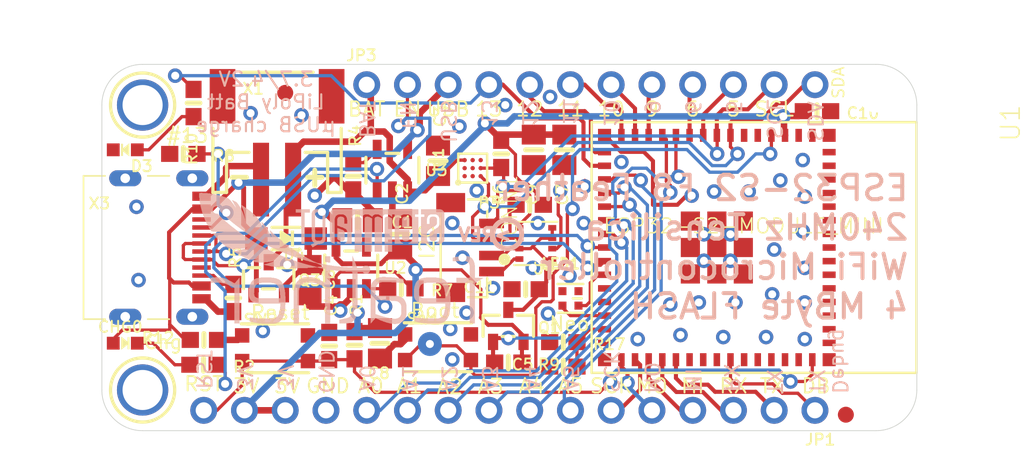
<source format=kicad_pcb>
(kicad_pcb (version 20211014) (generator pcbnew)
  (layers (0 "F.Cu" signal) (31 "B.Cu" signal) (34 "B.Paste" user) (35 "F.Paste" user) (36 "B.SilkS" user "B.Silkscreen") (37 "F.SilkS" user "F.Silkscreen") (38 "B.Mask" user) (39 "F.Mask" user) (44 "Edge.Cuts" user))
  (net 0 "")
  (net 1 "GND")
  (net 2 "VBUS")
  (net 3 "VBAT")
  (net 4 "N$1")
  (net 5 "N$3")
  (net 6 "N$4")
  (net 7 "3.3V")
  (net 8 "RESET")
  (net 9 "EN")
  (net 10 "MOSI")
  (net 11 "SDA")
  (net 12 "SCL")
  (net 13 "MISO")
  (net 14 "SCK")
  (net 15 "VHI")
  (net 16 "N$5")
  (net 17 "D+")
  (net 18 "D-")
  (net 19 "N$8")
  (net 20 "N$9")
  (net 21 "A0")
  (net 22 "A1")
  (net 23 "NEOPIX")
  (net 24 "TXD0")
  (net 25 "BOOT0")
  (net 26 "D6")
  (net 27 "D9")
  (net 28 "D10")
  (net 29 "D11")
  (net 30 "D12")
  (net 31 "D13")
  (net 32 "D5")
  (net 33 "RX")
  (net 34 "TX")
  (net 35 "A2")
  (net 36 "A3")
  (net 37 "A4")
  (net 38 "A5")
  (net 39 "NEOPIX_PWR")
  (net 40 "IO34_DBLTAP")
  (net 41 "VSENSOR")
  (net 42 "I2C_PWR")
  (footprint "boardEagle:0603-NO" (layer "F.Cu") (at 137.2743 111.1504 90)
    (fp_text reference "C4")
    (fp_text value "1uF")
  )
  (footprint "boardEagle:0805-NO" (layer "F.Cu") (at 140.4389 110.9818 -90)
    (fp_text reference "C8")
    (fp_text value "10µF")
  )
  (footprint "boardEagle:JSTPH2_BATT" (layer "F.Cu") (at 134.0231 97.0661)
    (fp_text reference "X1")
    (fp_text value "JSTPH")
  )
  (footprint "boardEagle:0603-NO" (layer "F.Cu") (at 151.8666 110.9091)
    (fp_text reference "R17")
    (fp_text value "1Meg")
  )
  (footprint "boardEagle:MOUNTINGHOLE_2.5_PLATED" (layer "F.Cu") (at 125.6411 96.1136 -90)
    (fp_text reference "U$31" hide)
    (fp_text value "MOUNTINGHOLE2.5" hide)
  )
  (footprint "boardEagle:WLCSP9" (layer "F.Cu") (at 146.2151 100.0506 90)
    (fp_text reference "IC1")
    (fp_text value "LC709203F/MH")
  )
  (footprint "boardEagle:CHIPLED_0603_NOOUTLINE" (layer "F.Cu") (at 124.5616 110.9726 -90)
    (fp_text reference "CHG0")
    (fp_text value "ORANGE")
  )
  (footprint "boardEagle:0603-NO" (layer "F.Cu") (at 149.5171 107.6071 180)
    (fp_text reference "C11")
    (fp_text value "1uF")
  )
  (footprint "boardEagle:BTN_KMR2_4.6X2.8" (layer "F.Cu") (at 133.8961 111.2901)
    (fp_text reference "SW2")
    (fp_text value "KMR2")
  )
  (footprint "" (layer "F.Cu") (at 171.3611 95.4786)
    (fp_text reference "@HOLE1" hide)
    (fp_text value "")
  )
  (footprint "boardEagle:0603-NO" (layer "F.Cu") (at 131.2926 108.1532 90)
    (fp_text reference "R5")
    (fp_text value "5.1K")
  )
  (footprint "boardEagle:0603-NO" (layer "F.Cu") (at 167.6781 96.4946)
    (fp_text reference "C10")
    (fp_text value "1uF")
  )
  (footprint "boardEagle:SK6805_1515" (layer "F.Cu") (at 152.3111 108.1786)
    (fp_text reference "LED1")
    (fp_text value "WS2812B_SK6805_1515")
  )
  (footprint "boardEagle:BME280" (layer "F.Cu") (at 150.1521 104.7496 180)
    (fp_text reference "U4")
    (fp_text value "BME280")
  )
  (footprint "boardEagle:0603-NO" (layer "F.Cu") (at 147.9931 99.1616 -90)
    (fp_text reference "R6")
    (fp_text value "5.1K")
  )
  (footprint "boardEagle:0805-NO" (layer "F.Cu") (at 144.0561 99.5934 90)
    (fp_text reference "C3")
    (fp_text value "10µF")
  )
  (footprint "boardEagle:QFN60_ESP32-S2-MINI-1_EXP" (layer "F.Cu") (at 163.7411 105.0036 -90)
    (fp_text reference "U1")
    (fp_text value "ESP32-S2-MODULE_MINI")
  )
  (footprint "boardEagle:SOT23-R" (layer "F.Cu") (at 133.5024 106.9213)
    (fp_text reference "Q3")
    (fp_text value "DMG3415U")
  )
  (footprint "boardEagle:USB_C_CUSB31-CFM2AX-01-X" (layer "F.Cu") (at 125.7681 105.0036 -90)
    (fp_text reference "X3")
    (fp_text value "USB C")
  )
  (footprint "boardEagle:1X16_ROUND" (layer "F.Cu") (at 148.5011 115.1636 180)
    (fp_text reference "JP1")
    (fp_text value "")
  )
  (footprint "boardEagle:FIDUCIAL_1MM" (layer "F.Cu") (at 169.4779 115.436 -90)
    (fp_text reference "U$35" hide)
    (fp_text value "FIDUCIAL_1MM" hide)
  )
  (footprint "boardEagle:SOT23-5" (layer "F.Cu") (at 138.6459 106.2736)
    (fp_text reference "U2")
    (fp_text value "AP2112/RT9080-3.3")
  )
  (footprint "boardEagle:JST_SH4_RA" (layer "F.Cu") (at 145.7071 105.0036 -90)
    (fp_text reference "CONN1")
    (fp_text value "JST SH")
  )
  (footprint "boardEagle:BTN_KMR2_4.6X2.8" (layer "F.Cu") (at 144.0561 111.2266)
    (fp_text reference "SW1")
    (fp_text value "KMR2")
  )
  (footprint "boardEagle:0603-NO" (layer "F.Cu") (at 151.8666 112.4331 180)
    (fp_text reference "C5")
    (fp_text value "1uF")
  )
  (footprint "boardEagle:0603-NO" (layer "F.Cu") (at 149.7711 102.3366 180)
    (fp_text reference "R3")
    (fp_text value "5.1K")
  )
  (footprint "" (layer "F.Cu") (at 171.3611 114.5921)
    (fp_text reference "@HOLE0" hide)
    (fp_text value "")
  )
  (footprint "boardEagle:0603-NO" (layer "F.Cu") (at 129.4384 112.3188)
    (fp_text reference "R2")
    (fp_text value "5.1K")
  )
  (footprint "boardEagle:SOT23-R" (layer "F.Cu") (at 148.4376 109.8931)
    (fp_text reference "Q1")
    (fp_text value "DMG3415U")
  )
  (footprint "boardEagle:0603-NO" (layer "F.Cu") (at 128.8161 95.9866 -90)
    (fp_text reference "R10")
    (fp_text value "5.1K")
  )
  (footprint "boardEagle:0805-NO" (layer "F.Cu") (at 151.9301 98.9076 -90)
    (fp_text reference "C7")
    (fp_text value "10uF")
  )
  (footprint "boardEagle:0603-NO" (layer "F.Cu") (at 138.8491 111.0996 90)
    (fp_text reference "R1")
    (fp_text value "5.1K")
  )
  (footprint "boardEagle:0603-NO" (layer "F.Cu") (at 141.7701 107.5563)
    (fp_text reference "R7")
    (fp_text value "100K")
  )
  (footprint "boardEagle:0603-NO" (layer "F.Cu") (at 138.7729 100.5586 90)
    (fp_text reference "R4")
    (fp_text value "5.1K")
  )
  (footprint "boardEagle:0805-NO" (layer "F.Cu") (at 141.6939 104.1781 90)
    (fp_text reference "C2")
    (fp_text value "10uF")
  )
  (footprint "boardEagle:SOD-123" (layer "F.Cu") (at 134.5819 104.4448 180)
    (fp_text reference "D4")
    (fp_text value "MBR540")
  )
  (footprint "boardEagle:SOT23-5" (layer "F.Cu") (at 141.2113 100.1776)
    (fp_text reference "U3")
    (fp_text value "MCP73831T-2ACI/OT")
  )
  (footprint "boardEagle:0603-NO" (layer "F.Cu") (at 128.1811 99.1616)
    (fp_text reference "R8")
    (fp_text value "5.1K")
  )
  (footprint "boardEagle:0805-NO" (layer "F.Cu") (at 136.0443 107.0406 -90)
    (fp_text reference "C6")
    (fp_text value "10µF")
  )
  (footprint "boardEagle:FIDUCIAL_1MM" (layer "F.Cu") (at 134.5311 95.3516 -90)
    (fp_text reference "U$34" hide)
    (fp_text value "FIDUCIAL_1MM" hide)
  )
  (footprint "boardEagle:0805-NO" (layer "F.Cu") (at 139.0396 103.3018)
    (fp_text reference "C1")
    (fp_text value "10uF")
  )
  (footprint "boardEagle:CHIPLED_0603_NOOUTLINE" (layer "F.Cu") (at 124.5616 98.9076 90)
    (fp_text reference "D3")
    (fp_text value "RED")
  )
  (footprint "boardEagle:0603-NO" (layer "F.Cu") (at 148.4376 112.1791)
    (fp_text reference "R9")
    (fp_text value "100k")
  )
  (footprint "boardEagle:0603-NO" (layer "F.Cu") (at 129.4638 110.7694 180)
    (fp_text reference "R12")
    (fp_text value "100K")
  )
  (footprint "boardEagle:1X12_ROUND" (layer "F.Cu") (at 153.5811 94.8436)
    (fp_text reference "JP3")
    (fp_text value "")
  )
  (footprint "boardEagle:0805-NO" (layer "F.Cu") (at 150.0251 98.9076 -90)
    (fp_text reference "C9")
    (fp_text value "10uF")
  )
  (footprint "boardEagle:MOUNTINGHOLE_2.5_PLATED" (layer "F.Cu") (at 125.6411 113.8936 -90)
    (fp_text reference "U$32" hide)
    (fp_text value "MOUNTINGHOLE2.5" hide)
  )
  (footprint "boardEagle:STEMMAQT" (layer "B.Cu") (at 144.4371 105.2576 180)
    (fp_text reference "U$53" hide)
    (fp_text value "" hide)
  )
  (footprint "boardEagle:FEATHERLOGO_MED" (layer "B.Cu") (at 146.9771 109.8296 180)
    (fp_text reference "U$15" hide)
    (fp_text value "" hide)
  )
  (footprint "boardEagle:PCBFEAT-REV-040" (layer "B.Cu") (at 148.3741 104.1781 180)
    (fp_text reference "U$14" hide)
    (fp_text value "" hide)
  )
  (footprint "boardEagle:TESTPOINT_ROUND_1.5MM_NO" (layer "B.Cu") (at 143.5481 111.0234 180)
    (fp_text reference "TP1" hide)
    (fp_text value "" hide)
  )
  (gr_arc (start 171.3611 93.5736) (mid 173.157151 94.317549) (end 173.9011 96.1136) (layer "Edge.Cuts") (width 0.05))
  (gr_line (start 125.6411 116.4336) (end 171.3611 116.4336) (layer "Edge.Cuts") (width 0.05))
  (gr_line (start 123.1011 96.1136) (end 123.1011 113.8936) (layer "Edge.Cuts") (width 0.05))
  (gr_line (start 173.9011 113.8936) (end 173.9011 96.1136) (layer "Edge.Cuts") (width 0.05))
  (gr_arc (start 173.9011 113.8936) (mid 173.157151 115.689651) (end 171.3611 116.4336) (layer "Edge.Cuts") (width 0.05))
  (gr_arc (start 123.1011 96.1136) (mid 123.845049 94.317549) (end 125.6411 93.5736) (layer "Edge.Cuts") (width 0.05))
  (gr_line (start 171.3611 93.5736) (end 125.6411 93.5736) (layer "Edge.Cuts") (width 0.05))
  (gr_arc (start 125.6411 116.4336) (mid 123.845049 115.689651) (end 123.1011 113.8936) (layer "Edge.Cuts") (width 0.05))
  (gr_text "GND" (at 137.0711 112.7506 -90) (layer "B.SilkS") (effects (font (size 0.89408 0.89408) (thickness 0.12192)) (justify mirror)))
  (gr_text "9" (at 157.3911 96.2406 -90) (layer "B.SilkS") (effects (font (size 0.89408 0.89408) (thickness 0.12192)) (justify mirror)))
  (gr_text "USB" (at 144.6911 97.1296 -90) (layer "B.SilkS") (effects (font (size 0.89408 0.89408) (thickness 0.12192)) (justify mirror)))
  (gr_text "RX" (at 162.3441 113.1316 -90) (layer "B.SilkS") (effects (font (size 0.89408 0.89408) (thickness 0.12192)) (justify mirror)))
  (gr_text "TX" (at 165.0111 113.3856 -90) (layer "B.SilkS") (effects (font (size 0.89408 0.89408) (thickness 0.12192)) (justify mirror)))
  (gr_text "MO" (at 157.3911 113.1316 -90) (layer "B.SilkS") (effects (font (size 0.89408 0.89408) (thickness 0.12192)) (justify mirror)))
  (gr_text "11" (at 152.3111 96.4946 -90) (layer "B.SilkS") (effects (font (size 0.89408 0.89408) (thickness 0.12192)) (justify mirror)))
  (gr_text "A3" (at 147.2565 113.157 -90) (layer "B.SilkS") (effects (font (size 0.89408 0.89408) (thickness 0.12192)) (justify mirror)))
  (gr_text "3V" (at 134.5311 113.1316 -90) (layer "B.SilkS") (effects (font (size 0.89408 0.89408) (thickness 0.12192)) (justify mirror)))
  (gr_text "SDA" (at 167.5511 97.1296 -90) (layer "B.SilkS") (effects (font (size 0.89408 0.89408) (thickness 0.12192)) (justify mirror)))
  (gr_text "A2" (at 144.7419 113.157 -90) (layer "B.SilkS") (effects (font (size 0.89408 0.89408) (thickness 0.12192)) (justify mirror)))
  (gr_text "A0" (at 139.6111 113.1316 -90) (layer "B.SilkS") (effects (font (size 0.89408 0.89408) (thickness 0.12192)) (justify mirror)))
  (gr_text "6" (at 159.9311 96.2406 -90) (layer "B.SilkS") (effects (font (size 0.89408 0.89408) (thickness 0.12192)) (justify mirror)))
  (gr_text "5" (at 162.4711 96.2406 -90) (layer "B.SilkS") (effects (font (size 0.89408 0.89408) (thickness 0.12192)) (justify mirror)))
  (gr_text "13" (at 147.2311 96.6216 -90) (layer "B.SilkS") (effects (font (size 0.89408 0.89408) (thickness 0.12192)) (justify mirror)))
  (gr_text "3V" (at 131.9911 113.1316 -90) (layer "B.SilkS") (effects (font (size 0.89408 0.89408) (thickness 0.12192)) (justify mirror)))
  (gr_text "RST" (at 129.4511 112.6236 -90) (layer "B.SilkS") (effects (font (size 0.89408 0.89408) (thickness 0.12192)) (justify mirror)))
  (gr_text "12" (at 149.7711 96.6216 -90) (layer "B.SilkS") (effects (font (size 0.89408 0.89408) (thickness 0.12192)) (justify mirror)))
  (gr_text "Debug\nTX" (at 168.3766 114.2111 -90) (layer "B.SilkS") (effects (font (size 0.89408 0.89408) (thickness 0.12192)) (justify left mirror)))
  (gr_text "BAT" (at 139.6111 97.0026 -90) (layer "B.SilkS") (effects (font (size 0.89408 0.89408) (thickness 0.12192)) (justify mirror)))
  (gr_text "EN" (at 142.1511 96.7486 -90) (layer "B.SilkS") (effects (font (size 0.89408 0.89408) (thickness 0.12192)) (justify mirror)))
  (gr_text "SCK" (at 154.8511 112.7506 -90) (layer "B.SilkS") (effects (font (size 0.89408 0.89408) (thickness 0.12192)) (justify mirror)))
  (gr_text "3.7/4.2V\nLiPoly Batt\nµUSB charge" (at 133.3246 95.9231) (layer "B.SilkS") (effects (font (size 0.88392 0.88392) (thickness 0.13208)) (justify mirror)))
  (gr_text "A5" (at 152.3111 113.1316 -90) (layer "B.SilkS") (effects (font (size 0.89408 0.89408) (thickness 0.12192)) (justify mirror)))
  (gr_text "ESP32-S2 F8 Feather\n240MHz Tensilica\nWiFi Microcontroller\n4 MByte FLASH" (at 173.5201 109.5756) (layer "B.SilkS") (effects (font (size 1.52908 1.52908) (thickness 0.24892)) (justify left bottom mirror)))
  (gr_text "10" (at 154.8511 96.6216 -90) (layer "B.SilkS") (effects (font (size 0.89408 0.89408) (thickness 0.12192)) (justify mirror)))
  (gr_text "SCL" (at 165.0111 97.0026 -90) (layer "B.SilkS") (effects (font (size 0.89408 0.89408) (thickness 0.12192)) (justify mirror)))
  (gr_text "A4" (at 149.8981 113.1316 -90) (layer "B.SilkS") (effects (font (size 0.89408 0.89408) (thickness 0.12192)) (justify mirror)))
  (gr_text "A1" (at 142.2781 113.1316 -90) (layer "B.SilkS") (effects (font (size 0.89408 0.89408) (thickness 0.12192)) (justify mirror)))
  (gr_text "MI" (at 159.9311 113.2586 -90) (layer "B.SilkS") (effects (font (size 0.89408 0.89408) (thickness 0.12192)) (justify mirror)))
  (gr_text "Reset" (at 134.2136 109.0676) (layer "F.SilkS") (effects (font (size 0.89408 0.89408) (thickness 0.12192))))
  (gr_text "RST" (at 129.4511 113.5126) (layer "F.SilkS") (effects (font (size 0.89408 0.89408) (thickness 0.12192))))
  (gr_text "USB" (at 144.6911 96.3676) (layer "F.SilkS") (effects (font (size 0.89408 0.89408) (thickness 0.12192))))
  (gr_text "A1" (at 142.2781 113.6396) (layer "F.SilkS") (effects (font (size 0.89408 0.89408) (thickness 0.12192))))
  (gr_text "3V" (at 134.6581 113.6396) (layer "F.SilkS") (effects (font (size 0.89408 0.89408) (thickness 0.12192))))
  (gr_text "10" (at 154.8511 96.3676) (layer "F.SilkS") (effects (font (size 0.89408 0.89408) (thickness 0.12192))))
  (gr_text "13" (at 147.2311 96.3676) (layer "F.SilkS") (effects (font (size 0.89408 0.89408) (thickness 0.12192))))
  (gr_text "SCK" (at 154.8511 113.6396) (layer "F.SilkS") (effects (font (size 0.89408 0.89408) (thickness 0.12192))))
  (gr_text "A4" (at 149.8981 113.6396) (layer "F.SilkS") (effects (font (size 0.89408 0.89408) (thickness 0.12192))))
  (gr_text "5" (at 162.4711 96.3676) (layer "F.SilkS") (effects (font (size 0.89408 0.89408) (thickness 0.12192))))
  (gr_text "MO" (at 157.3911 113.6396) (layer "F.SilkS") (effects (font (size 0.89408 0.89408) (thickness 0.12192))))
  (gr_text "6" (at 159.9311 96.3676) (layer "F.SilkS") (effects (font (size 0.89408 0.89408) (thickness 0.12192))))
  (gr_text "12" (at 149.7711 96.3676) (layer "F.SilkS") (effects (font (size 0.89408 0.89408) (thickness 0.12192))))
  (gr_text "RX" (at 162.4711 113.6396) (layer "F.SilkS") (effects (font (size 0.89408 0.89408) (thickness 0.12192))))
  (gr_text "DB" (at 167.6146 113.6396) (layer "F.SilkS") (effects (font (size 0.89408 0.89408) (thickness 0.12192))))
  (gr_text "GND" (at 137.1981 113.6396) (layer "F.SilkS") (effects (font (size 0.89408 0.89408) (thickness 0.12192))))
  (gr_text "Boot" (at 143.8656 108.9406) (layer "F.SilkS") (effects (font (size 0.89408 0.89408) (thickness 0.12192))))
  (gr_text "TX" (at 164.8841 113.6396) (layer "F.SilkS") (effects (font (size 0.89408 0.89408) (thickness 0.12192))))
  (gr_text "A3" (at 147.3327 113.665) (layer "F.SilkS") (effects (font (size 0.89408 0.89408) (thickness 0.12192))))
  (gr_text "SCL" (at 165.0111 96.3676) (layer "F.SilkS") (effects (font (size 0.89408 0.89408) (thickness 0.12192))))
  (gr_text "3V" (at 132.1181 113.6396) (layer "F.SilkS") (effects (font (size 0.89408 0.89408) (thickness 0.12192))))
  (gr_text "#13" (at 128.4351 98.0186) (layer "F.SilkS") (effects (font (size 0.89408 0.89408) (thickness 0.12192))))
  (gr_text "A0" (at 139.8651 113.6396) (layer "F.SilkS") (effects (font (size 0.89408 0.89408) (thickness 0.12192))))
  (gr_text "MI" (at 159.9311 113.6396) (layer "F.SilkS") (effects (font (size 0.89408 0.89408) (thickness 0.12192))))
  (gr_text "EN" (at 142.1511 96.3676) (layer "F.SilkS") (effects (font (size 0.89408 0.89408) (thickness 0.12192))))
  (gr_text "9" (at 157.3911 96.3676) (layer "F.SilkS") (effects (font (size 0.89408 0.89408) (thickness 0.12192))))
  (gr_text "I2C" (at 142.8496 103.4796 90) (layer "F.SilkS") (effects (font (size 0.89408 0.89408) (thickness 0.12192)) (justify right top)))
  (gr_text "11" (at 152.3111 96.3676) (layer "F.SilkS") (effects (font (size 0.89408 0.89408) (thickness 0.12192))))
  (gr_text "A5" (at 152.3111 113.6396) (layer "F.SilkS") (effects (font (size 0.89408 0.89408) (thickness 0.12192))))
  (gr_text "SDA" (at 169.0116 94.7166 90) (layer "F.SilkS") (effects (font (size 0.715264 0.715264) (thickness 0.097536))))
  (gr_text "Neo" (at 152.2476 109.7661) (layer "F.SilkS") (effects (font (size 0.89408 0.89408) (thickness 0.12192))))
  (gr_text "BAT" (at 139.6111 96.3676) (layer "F.SilkS") (effects (font (size 0.89408 0.89408) (thickness 0.12192))))
  (gr_text "A2" (at 144.7927 113.6904) (layer "F.SilkS") (effects (font (size 0.89408 0.89408) (thickness 0.12192))))
  (gr_text "Chg" (at 126.9111 110.9091) (layer "F.SilkS") (effects (font (size 0.849376 0.849376) (thickness 0.115824))))
  (segment (start 158.9786 102.3366) (end 157.4546 102.3366) (width 0.254) (layer "F.Cu") (net 1))
  (segment (start 137.7061 100.6856) (end 137.4521 100.6856) (width 0.4064) (layer "F.Cu") (net 1))
  (segment (start 132.7531 99.9236) (end 133.0231 100.1936) (width 0.4064) (layer "F.Cu") (net 1))
  (segment (start 137.4521 100.6856) (end 136.3726 101.7651) (width 0.4064) (layer "F.Cu") (net 1))
  (segment (start 138.6459 108.101013) (end 138.192212 108.5547) (width 0.4064) (layer "F.Cu") (net 1))
  (segment (start 138.4291 101.4086) (end 137.7061 100.6856) (width 0.4064) (layer "F.Cu") (net 1))
  (segment (start 130.7889 100.607063) (end 130.8481 100.547863) (width 0.4064) (layer "F.Cu") (net 1))
  (segment (start 156.8831 99.0346) (end 157.4546 99.6061) (width 0.254) (layer "F.Cu") (net 1))
  (segment (start 159.70885 101.60635) (end 159.8676 101.7651) (width 0.254) (layer "F.Cu") (net 1))
  (segment (start 148.0171 106.5036) (end 148.7961 105.7246) (width 0.2032) (layer "F.Cu") (net 1))
  (segment (start 151.5835 102.978263) (end 151.5491 102.943863) (width 0.2032) (layer "F.Cu") (net 1))
  (segment (start 130.3138 110.7694) (end 131.5668 110.7694) (width 0.4064) (layer "F.Cu") (net 1))
  (segment (start 133.0231 100.1936) (end 133.0231 100.7661) (width 0.4064) (layer "F.Cu") (net 1))
  (segment (start 151.7142 103.1367) (end 151.5835 103.006) (width 0.2032) (layer "F.Cu") (net 1))
  (segment (start 139.9896 102.7303) (end 138.7729 101.5136) (width 0.4064) (layer "F.Cu") (net 1))
  (segment (start 151.4527 105.0746) (end 151.7142 104.8131) (width 0.2032) (layer "F.Cu") (net 1))
  (segment (start 154.435996 98.0036) (end 155.466996 99.0346) (width 0.254) (layer "F.Cu") (net 1))
  (segment (start 129.6031 101.8036) (end 130.7889 100.6178) (width 0.4064) (layer "F.Cu") (net 1))
  (segment (start 138.7729 101.5136) (end 138.7729 101.4086) (width 0.4064) (layer "F.Cu") (net 1))
  (segment (start 138.192212 108.5547) (end 137.965 108.5547) (width 0.4064) (layer "F.Cu") (net 1))
  (segment (start 151.1771 105.0746) (end 151.4527 105.0746) (width 0.2032) (layer "F.Cu") (net 1))
  (segment (start 155.466996 99.0346) (end 156.8831 99.0346) (width 0.254) (layer "F.Cu") (net 1))
  (segment (start 139.9896 103.3018) (end 139.9896 102.7303) (width 0.4064) (layer "F.Cu") (net 1))
  (segment (start 153.2001 100.8126) (end 153.2001 101.1936) (width 0.2032) (layer "F.Cu") (net 1))
  (segment (start 142.0061 110.754413) (end 141.727712 111.0328) (width 0.4064) (layer "F.Cu") (net 1))
  (segment (start 130.3401 109.0032) (end 131.2926 109.0032) (width 0.4064) (layer "F.Cu") (net 1))
  (segment (start 129.3131 108.2036) (end 129.5405 108.2036) (width 0.4064) (layer "F.Cu") (net 1))
  (segment (start 142.0061 110.4266) (end 142.0061 110.754413) (width 0.4064) (layer "F.Cu") (net 1))
  (segment (start 157.4546 99.6061) (end 157.4546 102.3366) (width 0.254) (layer "F.Cu") (net 1))
  (segment (start 151.5835 103.006) (end 151.5835 102.978263) (width 0.2032) (layer "F.Cu") (net 1))
  (segment (start 141.727712 111.0328) (end 141.3379 111.0328) (width 0.4064) (layer "F.Cu") (net 1))
  (segment (start 151.5491 101.5746) (end 151.6761 101.4476) (width 0.2032) (layer "F.Cu") (net 1))
  (segment (start 130.8481 100.0506) (end 130.9751 99.9236) (width 0.4064) (layer "F.Cu") (net 1))
  (segment (start 138.6459 107.5737) (end 138.6459 108.101013) (width 0.4064) (layer "F.Cu") (net 1))
  (segment (start 130.8481 100.547863) (end 130.8481 100.0506) (width 0.4064) (layer "F.Cu") (net 1))
  (segment (start 130.9751 99.9236) (end 132.7531 99.9236) (width 0.4064) (layer "F.Cu") (net 1))
  (segment (start 148.7961 105.7246) (end 149.1271 105.7246) (width 0.2032) (layer "F.Cu") (net 1))
  (segment (start 151.5491 101.5746) (end 151.5491 102.943863) (width 0.2032) (layer "F.Cu") (net 1))
  (segment (start 141.2113 102.7455) (end 141.6939 103.2281) (width 0.4064) (layer "F.Cu") (net 1))
  (segment (start 159.70885 101.60635) (end 158.9786 102.3366) (width 0.254) (layer "F.Cu") (net 1))
  (segment (start 141.3379 111.0328) (end 140.4389 111.9318) (width 0.4064) (layer "F.Cu") (net 1))
  (segment (start 137.8331 108.6866) (end 136.0443 108.6866) (width 0.4064) (layer "F.Cu") (net 1))
  (segment (start 141.2113 101.4777) (end 141.2113 102.7455) (width 0.4064) (layer "F.Cu") (net 1))
  (segment (start 136.0443 108.6866) (end 136.0443 107.9906) (width 0.4064) (layer "F.Cu") (net 1))
  (segment (start 130.7889 100.6178) (end 130.7889 100.607063) (width 0.4064) (layer "F.Cu") (net 1))
  (segment (start 147.3931 106.5036) (end 148.0171 106.5036) (width 0.2032) (layer "F.Cu") (net 1))
  (segment (start 131.5668 110.7694) (end 131.8461 110.4901) (width 0.4064) (layer "F.Cu") (net 1))
  (segment (start 151.7142 104.8131) (end 151.7142 103.1367) (width 0.2032) (layer "F.Cu") (net 1))
  (segment (start 137.965 108.5547) (end 137.8331 108.6866) (width 0.4064) (layer "F.Cu") (net 1))
  (segment (start 129.3131 101.8036) (end 129.6031 101.8036) (width 0.4064) (layer "F.Cu") (net 1))
  (segment (start 130.3401 109.0032) (end 129.5405 108.2036) (width 0.4064) (layer "F.Cu") (net 1))
  (segment (start 138.7729 101.4086) (end 138.4291 101.4086) (width 0.4064) (layer "F.Cu") (net 1))
  (via (at 125.3871 107.0356) (size 0.9064) (drill 0.5) (layers "F.Cu" "B.Cu") (net 1))
  (via (at 166.7891 99.5426) (size 0.9064) (drill 0.5) (layers "F.Cu" "B.Cu") (net 1))
  (via (at 146.4691 101.4476) (size 0.9064) (drill 0.5) (layers "F.Cu" "B.Cu") (net 1))
  (via (at 163.4236 101.5111) (size 0.9064) (drill 0.5) (layers "F.Cu" "B.Cu") (net 1))
  (via (at 162.5981 108.4326) (size 0.9064) (drill 0.5) (layers "F.Cu" "B.Cu") (net 1))
  (via (at 135.5471 96.7486) (size 0.9064) (drill 0.5) (layers "F.Cu" "B.Cu") (net 1))
  (via (at 144.9451 111.9886) (size 0.9064) (drill 0.5) (layers "F.Cu" "B.Cu") (net 1))
  (via (at 145.3896 97.4471) (size 0.9064) (drill 0.5) (layers "F.Cu" "B.Cu") (net 1))
  (via (at 162.2806 105.8291) (size 0.9064) (drill 0.5) (layers "F.Cu" "B.Cu") (net 1))
  (via (at 166.9161 106.2736) (size 0.9064) (drill 0.5) (layers "F.Cu" "B.Cu") (net 1))
  (via (at 132.3721 96.6216) (size 0.9064) (drill 0.5) (layers "F.Cu" "B.Cu") (net 1))
  (via (at 153.1366 103.4796) (size 0.9064) (drill 0.5) (layers "F.Cu" "B.Cu") (net 1))
  (via (at 137.9601 108.9406) (size 0.9064) (drill 0.5) (layers "F.Cu" "B.Cu") (net 1))
  (via (at 166.9161 101.8286) (size 0.9064) (drill 0.5) (layers "F.Cu" "B.Cu") (net 1))
  (via (at 144.9451 103.4796) (size 0.9064) (drill 0.5) (layers "F.Cu" "B.Cu") (net 1))
  (via (at 149.9616 106.2736) (size 0.9064) (drill 0.5) (layers "F.Cu" "B.Cu") (net 1))
  (via (at 160.3121 108.4326) (size 0.9064) (drill 0.5) (layers "F.Cu" "B.Cu") (net 1))
  (via (at 144.8181 110.0836) (size 0.9064) (drill 0.5) (layers "F.Cu" "B.Cu") (net 1))
  (via (at 148.2471 96.1136) (size 0.9064) (drill 0.5) (layers "F.Cu" "B.Cu") (net 1))
  (via (at 160.6296 105.8291) (size 0.9064) (drill 0.5) (layers "F.Cu" "B.Cu") (net 1))
  (via (at 153.2001 101.1936) (size 0.9064) (drill 0.5) (layers "F.Cu" "B.Cu") (net 1))
  (via (at 161.2646 101.5111) (size 0.9064) (drill 0.5) (layers "F.Cu" "B.Cu") (net 1))
  (via (at 134.6581 106.0831) (size 0.9064) (drill 0.5) (layers "F.Cu" "B.Cu") (net 1))
  (via (at 125.2601 102.4636) (size 0.9064) (drill 0.5) (layers "F.Cu" "B.Cu") (net 1))
  (via (at 150.9141 109.1311) (size 0.9064) (drill 0.5) (layers "F.Cu" "B.Cu") (net 1))
  (via (at 145.5801 105.6386) (size 0.9064) (drill 0.5) (layers "F.Cu" "B.Cu") (net 1))
  (via (at 161.8361 110.5916) (size 0.9064) (drill 0.5) (layers "F.Cu" "B.Cu") (net 1))
  (via (at 166.9161 108.4326) (size 0.9064) (drill 0.5) (layers "F.Cu" "B.Cu") (net 1))
  (via (at 164.5031 110.5916) (size 0.9064) (drill 0.5) (layers "F.Cu" "B.Cu") (net 1))
  (via (at 151.0411 95.6056) (size 0.9064) (drill 0.5) (layers "F.Cu" "B.Cu") (net 1))
  (via (at 151.6761 101.4476) (size 0.9064) (drill 0.5) (layers "F.Cu" "B.Cu") (net 1))
  (via (at 145.8341 109.0676) (size 0.9064) (drill 0.5) (layers "F.Cu" "B.Cu") (net 1))
  (via (at 165.0111 105.1306) (size 0.9064) (drill 0.5) (layers "F.Cu" "B.Cu") (net 1))
  (via (at 159.8676 101.7651) (size 0.9064) (drill 0.5) (layers "F.Cu" "B.Cu") (net 1))
  (via (at 150.2791 103.4796) (size 0.9064) (drill 0.5) (layers "F.Cu" "B.Cu") (net 1))
  (via (at 158.5341 108.5596) (size 0.9064) (drill 0.5) (layers "F.Cu" "B.Cu") (net 1))
  (via (at 155.4861 99.6696) (size 0.9064) (drill 0.5) (layers "F.Cu" "B.Cu") (net 1))
  (via (at 160.6296 104.1781) (size 0.9064) (drill 0.5) (layers "F.Cu" "B.Cu") (net 1))
  (via (at 165.3921 100.8126) (size 0.9064) (drill 0.5) (layers "F.Cu" "B.Cu") (net 1))
  (via (at 136.3726 101.7651) (size 0.9064) (drill 0.5) (layers "F.Cu" "B.Cu") (net 1))
  (via (at 159.1691 110.4646) (size 0.9064) (drill 0.5) (layers "F.Cu" "B.Cu") (net 1))
  (via (at 166.7891 103.9876) (size 0.9064) (drill 0.5) (layers "F.Cu" "B.Cu") (net 1))
  (via (at 156.5021 110.7186) (size 0.9064) (drill 0.5) (layers "F.Cu" "B.Cu") (net 1))
  (via (at 152.2476 106.7816) (size 0.9064) (drill 0.5) (layers "F.Cu" "B.Cu") (net 1))
  (via (at 133.1341 110.2106) (size 0.9064) (drill 0.5) (layers "F.Cu" "B.Cu") (net 1))
  (via (at 162.2806 104.1781) (size 0.9064) (drill 0.5) (layers "F.Cu" "B.Cu") (net 1))
  (via (at 164.8841 107.9246) (size 0.9064) (drill 0.5) (layers "F.Cu" "B.Cu") (net 1))
  (via (at 166.9161 110.7186) (size 0.9064) (drill 0.5) (layers "F.Cu" "B.Cu") (net 1))
  (via (at 147.4851 107.5436) (size 0.9064) (drill 0.5) (layers "F.Cu" "B.Cu") (net 1))
  (segment (start 128.2963 110.7694) (end 127.332603 109.805704) (width 0.2032) (layer "F.Cu") (net 2))
  (segment (start 131.6231 100.9526) (end 131.3691 101.2066) (width 0.3048) (layer "F.Cu") (net 2))
  (segment (start 128.530537 107.1876) (end 127.5711 107.1876) (width 0.254) (layer "F.Cu") (net 2))
  (segment (start 131.3451 101.2066) (end 129.9481 102.6036) (width 0.3048) (layer "F.Cu") (net 2))
  (segment (start 131.9406 101.2701) (end 131.6231 100.9526) (width 0.3048) (layer "F.Cu") (net 2))
  (segment (start 142.9131 97.536) (end 142.7734 97.6757) (width 0.4064) (layer "F.Cu") (net 2))
  (segment (start 131.3691 101.2066) (end 131.3451 101.2066) (width 0.3048) (layer "F.Cu") (net 2))
  (segment (start 127.332603 106.949104) (end 127.2921 106.9086) (width 0.254) (layer "F.Cu") (net 2))
  (segment (start 127.332603 109.805704) (end 127.332603 110.157) (width 0.2032) (layer "F.Cu") (net 2))
  (segment (start 127.332603 106.949104) (end 127.332603 109.805704) (width 0.2032) (layer "F.Cu") (net 2))
  (segment (start 129.3131 107.4036) (end 128.746537 107.4036) (width 0.254) (layer "F.Cu") (net 2))
  (segment (start 132.5524 107.9213) (end 132.7319 107.7418) (width 0.3048) (layer "F.Cu") (net 2))
  (segment (start 132.7319 104.3474) (end 131.9406 103.5561) (width 0.3048) (layer "F.Cu") (net 2))
  (segment (start 128.746537 107.4036) (end 128.530537 107.1876) (width 0.254) (layer "F.Cu") (net 2))
  (segment (start 131.9406 101.2701) (end 131.9406 103.5561) (width 0.3048) (layer "F.Cu") (net 2))
  (segment (start 124.3732 110.157) (end 127.332603 110.157) (width 0.2032) (layer "F.Cu") (net 2))
  (segment (start 142.9131 96.6216) (end 144.6911 94.8436) (width 0.4064) (layer "F.Cu") (net 2))
  (segment (start 128.746537 102.6036) (end 129.3131 102.6036) (width 0.254) (layer "F.Cu") (net 2))
  (segment (start 124.3732 110.157) (end 123.8116 110.7186) (width 0.2032) (layer "F.Cu") (net 2))
  (segment (start 142.1613 98.8775) (end 142.1613 98.2878) (width 0.4064) (layer "F.Cu") (net 2))
  (segment (start 127.2921 104.058038) (end 128.746537 102.6036) (width 0.254) (layer "F.Cu") (net 2))
  (segment (start 142.1613 98.2878) (end 142.7734 97.6757) (width 0.4064) (layer "F.Cu") (net 2))
  (segment (start 142.9131 96.6216) (end 142.9131 97.536) (width 0.4064) (layer "F.Cu") (net 2))
  (segment (start 129.3131 102.6036) (end 129.9481 102.6036) (width 0.3048) (layer "F.Cu") (net 2))
  (segment (start 127.5711 107.1876) (end 127.332603 106.949104) (width 0.254) (layer "F.Cu") (net 2))
  (segment (start 132.7319 104.4448) (end 132.7319 104.3474) (width 0.3048) (layer "F.Cu") (net 2))
  (segment (start 127.2921 106.9086) (end 127.2921 104.058038) (width 0.254) (layer "F.Cu") (net 2))
  (segment (start 132.7319 104.4448) (end 132.7319 107.7418) (width 0.3048) (layer "F.Cu") (net 2))
  (segment (start 123.8116 110.9726) (end 123.8116 110.7186) (width 0.2032) (layer "F.Cu") (net 2))
  (segment (start 128.6138 110.7694) (end 128.2963 110.7694) (width 0.2032) (layer "F.Cu") (net 2))
  (via (at 131.6231 100.9526) (size 0.9064) (drill 0.5) (layers "F.Cu" "B.Cu") (net 2))
  (via (at 142.7734 97.6757) (size 0.9064) (drill 0.5) (layers "F.Cu" "B.Cu") (net 2))
  (segment (start 142.7734 97.6757) (end 141.2875 99.1616) (width 0.4064) (layer "B.Cu") (net 2))
  (segment (start 136.3091 99.1616) (end 141.2875 99.1616) (width 0.4064) (layer "B.Cu") (net 2))
  (segment (start 136.3091 99.1616) (end 134.5181 100.9526) (width 0.4064) (layer "B.Cu") (net 2))
  (segment (start 131.6231 100.9526) (end 134.5181 100.9526) (width 0.4064) (layer "B.Cu") (net 2))
  (segment (start 145.244512 99.5506) (end 144.115368 100.679744) (width 0.2032) (layer "F.Cu") (net 3))
  (segment (start 142.1613 100.759888) (end 142.1613 101.4777) (width 0.4064) (layer "F.Cu") (net 3))
  (segment (start 139.8651 97.6376) (end 139.8651 97.7646) (width 0.4064) (layer "F.Cu") (net 3))
  (segment (start 138.8491 98.3996) (end 139.6111 97.6376) (width 0.4064) (layer "F.Cu") (net 3))
  (segment (start 135.0231 99.0506) (end 135.0231 100.7661) (width 0.4064) (layer "F.Cu") (net 3))
  (segment (start 135.0231 99.0506) (end 135.6741 98.3996) (width 0.4064) (layer "F.Cu") (net 3))
  (segment (start 143.923096 100.679744) (end 144.0561 100.5434) (width 0.3048) (layer "F.Cu") (net 3))
  (segment (start 139.8651 95.0976) (end 139.8651 97.6376) (width 0.4064) (layer "F.Cu") (net 3))
  (segment (start 140.689212 97.7646) (end 141.0443 98.119688) (width 0.4064) (layer "F.Cu") (net 3))
  (segment (start 144.050096 100.679744) (end 143.923096 100.679744) (width 0.2032) (layer "F.Cu") (net 3))
  (segment (start 144.115368 100.679744) (end 144.050096 100.679744) (width 0.2032) (layer "F.Cu") (net 3))
  (segment (start 134.5819 102.4128) (end 134.9121 102.0826) (width 0.3048) (layer "F.Cu") (net 3))
  (segment (start 143.271696 101.4777) (end 144.050096 100.679744) (width 0.3048) (layer "F.Cu") (net 3))
  (segment (start 139.8651 97.7646) (end 140.689212 97.7646) (width 0.4064) (layer "F.Cu") (net 3))
  (segment (start 134.9121 102.0826) (end 134.9121 100.8771) (width 0.3048) (layer "F.Cu") (net 3))
  (segment (start 134.5819 102.4128) (end 134.5819 104.8418) (width 0.3048) (layer "F.Cu") (net 3))
  (segment (start 134.9121 100.8771) (end 135.0231 100.7661) (width 0.3048) (layer "F.Cu") (net 3))
  (segment (start 141.0443 99.642888) (end 142.1613 100.759888) (width 0.4064) (layer "F.Cu") (net 3))
  (segment (start 142.1613 101.4777) (end 143.271696 101.4777) (width 0.3048) (layer "F.Cu") (net 3))
  (segment (start 145.7151 99.5506) (end 145.244512 99.5506) (width 0.2032) (layer "F.Cu") (net 3))
  (segment (start 141.0443 98.119688) (end 141.0443 99.642888) (width 0.4064) (layer "F.Cu") (net 3))
  (segment (start 139.6111 94.8436) (end 139.8651 95.0976) (width 0.4064) (layer "F.Cu") (net 3))
  (segment (start 139.6111 97.6376) (end 139.8651 97.6376) (width 0.4064) (layer "F.Cu") (net 3))
  (segment (start 135.6741 98.3996) (end 138.8491 98.3996) (width 0.4064) (layer "F.Cu") (net 3))
  (segment (start 133.5024 105.9213) (end 134.5819 104.8418) (width 0.3048) (layer "F.Cu") (net 3))
  (segment (start 127.651068 112.3188) (end 126.304868 110.9726) (width 0.2032) (layer "F.Cu") (net 4))
  (segment (start 125.3116 110.9726) (end 126.304868 110.9726) (width 0.2032) (layer "F.Cu") (net 4))
  (segment (start 127.651068 112.3188) (end 128.5884 112.3188) (width 0.2032) (layer "F.Cu") (net 4))
  (segment (start 140.2461 100.1085) (end 140.2613 100.1237) (width 0.2032) (layer "F.Cu") (net 5))
  (segment (start 130.2884 112.3188) (end 130.7846 112.815) (width 0.2032) (layer "F.Cu") (net 5))
  (segment (start 130.7846 112.815) (end 130.7846 113.5126) (width 0.2032) (layer "F.Cu") (net 5))
  (segment (start 140.2613 100.1237) (end 140.2613 101.4777) (width 0.2032) (layer "F.Cu") (net 5))
  (via (at 130.7846 113.5126) (size 0.9064) (drill 0.5) (layers "F.Cu" "B.Cu") (net 5))
  (via (at 140.2461 100.1085) (size 0.9064) (drill 0.5) (layers "F.Cu" "B.Cu") (net 5))
  (segment (start 130.7846 107.732494) (end 129.5781 106.525994) (width 0.2032) (layer "B.Cu") (net 5))
  (segment (start 129.5781 106.525994) (end 129.5781 104.8766) (width 0.2032) (layer "B.Cu") (net 5))
  (segment (start 132.1181 104.1146) (end 136.1242 100.1085) (width 0.2032) (layer "B.Cu") (net 5))
  (segment (start 140.2461 100.1085) (end 136.1242 100.1085) (width 0.2032) (layer "B.Cu") (net 5))
  (segment (start 130.3401 104.1146) (end 132.1181 104.1146) (width 0.2032) (layer "B.Cu") (net 5))
  (segment (start 130.7846 107.732494) (end 130.7846 113.5126) (width 0.2032) (layer "B.Cu") (net 5))
  (segment (start 129.5781 104.8766) (end 130.3401 104.1146) (width 0.2032) (layer "B.Cu") (net 5))
  (segment (start 139.4302 99.7086) (end 138.7729 99.7086) (width 0.2032) (layer "F.Cu") (net 6))
  (segment (start 140.2613 98.8775) (end 139.4302 99.7086) (width 0.2032) (layer "F.Cu") (net 6))
  (segment (start 137.6959 103.6955) (end 137.6959 104.9735) (width 0.3048) (layer "F.Cu") (net 7))
  (segment (start 147.6781 97.9576) (end 146.9771 97.2566) (width 0.4064) (layer "F.Cu") (net 7))
  (segment (start 148.8821 100.5586) (end 149.247043 100.923544) (width 0.2032) (layer "F.Cu") (net 7))
  (segment (start 148.684075 109.8296) (end 149.3876 110.533125) (width 0.254) (layer "F.Cu") (net 7))
  (segment (start 166.8281 96.4946) (end 166.525503 96.797197) (width 0.4064) (layer "F.Cu") (net 7))
  (segment (start 166.525503 96.797197) (end 165.622496 96.797197) (width 0.4064) (layer "F.Cu") (net 7))
  (segment (start 148.8821 99.2006) (end 148.8821 100.5586) (width 0.2032) (layer "F.Cu") (net 7))
  (segment (start 150.1775 101.585632) (end 150.1775 101.893) (width 0.2032) (layer "F.Cu") (net 7))
  (segment (start 147.1836 109.8296) (end 148.684075 109.8296) (width 0.254) (layer "F.Cu") (net 7))
  (segment (start 141.3916 105.1281) (end 141.6939 105.1281) (width 0.3048) (layer "F.Cu") (net 7))
  (segment (start 142.6591 106.0933) (end 141.6939 105.1281) (width 0.4064) (layer "F.Cu") (net 7))
  (segment (start 138.0896 103.3018) (end 138.0261 103.2383) (width 0.4064) (layer "F.Cu") (net 7))
  (segment (start 147.9931 98.26321) (end 147.980731 98.260232) (width 0.2032) (layer "F.Cu") (net 7))
  (segment (start 137.4648 103.2383) (end 137.0076 102.7811) (width 0.4064) (layer "F.Cu") (net 7))
  (segment (start 139.0396 110.0591) (end 138.8491 110.2496) (width 0.2032) (layer "F.Cu") (net 7))
  (segment (start 150.0251 97.9576) (end 147.6781 97.9576) (width 0.4064) (layer "F.Cu") (net 7))
  (segment (start 146.7231 109.3691) (end 147.1836 109.8296) (width 0.254) (layer "F.Cu") (net 7))
  (segment (start 147.980731 98.260232) (end 146.9771 97.2566) (width 0.2032) (layer "F.Cu") (net 7))
  (segment (start 149.515412 100.923544) (end 150.1775 101.585632) (width 0.2032) (layer "F.Cu") (net 7))
  (segment (start 138.0261 103.2383) (end 137.4648 103.2383) (width 0.4064) (layer "F.Cu") (net 7))
  (segment (start 146.7231 107.6071) (end 146.7231 109.3691) (width 0.2032) (layer "F.Cu") (net 7))
  (segment (start 165.622496 96.797197) (end 165.622496 96.8208) (width 0.4064) (layer "F.Cu") (net 7))
  (segment (start 137.0076 102.7811) (end 136.8171 102.7811) (width 0.4064) (layer "F.Cu") (net 7))
  (segment (start 151.9301 97.9576) (end 150.0251 97.9576) (width 0.4064) (layer "F.Cu") (net 7))
  (segment (start 139.0669 110.0318) (end 138.8491 110.2496) (width 0.4064) (layer "F.Cu") (net 7))
  (segment (start 145.5166 106.4006) (end 146.7231 107.6071) (width 0.2032) (layer "F.Cu") (net 7))
  (segment (start 147.9931 98.3116) (end 147.9931 98.26321) (width 0.2032) (layer "F.Cu") (net 7))
  (segment (start 138.0896 103.3018) (end 137.6959 103.6955) (width 0.3048) (layer "F.Cu") (net 7))
  (segment (start 149.3876 110.533125) (end 149.3876 110.8931) (width 0.254) (layer "F.Cu") (net 7))
  (segment (start 138.0871 106.0196) (end 140.5001 106.0196) (width 0.3048) (layer "F.Cu") (net 7))
  (segment (start 137.6959 105.6284) (end 138.0871 106.0196) (width 0.3048) (layer "F.Cu") (net 7))
  (segment (start 140.5001 106.0196) (end 141.3916 105.1281) (width 0.3048) (layer "F.Cu") (net 7))
  (segment (start 149.2876 110.9931) (end 149.3876 110.8931) (width 0.254) (layer "F.Cu") (net 7))
  (segment (start 165.5826 96.8208) (end 165.622496 96.8208) (width 0.4064) (layer "F.Cu") (net 7))
  (segment (start 131.9911 115.1636) (end 134.5311 115.1636) (width 0.4064) (layer "F.Cu") (net 7))
  (segment (start 150.1775 101.893) (end 150.6211 102.3366) (width 0.2032) (layer "F.Cu") (net 7))
  (segment (start 142.6591 106.4006) (end 142.6591 106.0933) (width 0.4064) (layer "F.Cu") (net 7))
  (segment (start 137.6959 104.9735) (end 137.6959 105.6284) (width 0.3048) (layer "F.Cu") (net 7))
  (segment (start 140.4389 110.0318) (end 139.0669 110.0318) (width 0.4064) (layer "F.Cu") (net 7))
  (segment (start 165.622496 96.8208) (end 165.622496 97.9401) (width 0.4064) (layer "F.Cu") (net 7))
  (segment (start 165.685996 98.0036) (end 165.622496 97.9401) (width 0.4064) (layer "F.Cu") (net 7))
  (segment (start 149.2876 112.1791) (end 149.2876 110.9931) (width 0.254) (layer "F.Cu") (net 7))
  (segment (start 147.9931 98.3116) (end 148.8821 99.2006) (width 0.2032) (layer "F.Cu") (net 7))
  (segment (start 149.247043 100.923544) (end 149.515412 100.923544) (width 0.2032) (layer "F.Cu") (net 7))
  (segment (start 139.0396 109.0676) (end 139.0396 110.0591) (width 0.2032) (layer "F.Cu") (net 7))
  (segment (start 142.6591 106.4006) (end 145.5166 106.4006) (width 0.2032) (layer "F.Cu") (net 7))
  (via (at 165.5826 96.8208) (size 0.9064) (drill 0.5) (layers "F.Cu" "B.Cu") (net 7))
  (via (at 139.0396 109.0676) (size 0.9064) (drill 0.5) (layers "F.Cu" "B.Cu") (net 7))
  (via (at 142.6591 106.4006) (size 0.9064) (drill 0.5) (layers "F.Cu" "B.Cu") (net 7))
  (via (at 136.8171 102.7811) (size 0.9064) (drill 0.5) (layers "F.Cu" "B.Cu") (net 7))
  (via (at 146.9771 97.2566) (size 0.9064) (drill 0.5) (layers "F.Cu" "B.Cu") (net 7))
  (segment (start 137.5156 102.0826) (end 136.8171 102.7811) (width 0.4064) (layer "B.Cu") (net 7))
  (segment (start 146.9771 97.3836) (end 142.2781 102.0826) (width 0.4064) (layer "B.Cu") (net 7))
  (segment (start 142.6591 106.4006) (end 142.6591 109.0676) (width 0.4064) (layer "B.Cu") (net 7))
  (segment (start 136.6901 110.3376) (end 138.7221 110.3376) (width 0.4064) (layer "B.Cu") (net 7))
  (segment (start 139.0396 110.0201) (end 138.7221 110.3376) (width 0.4064) (layer "B.Cu") (net 7))
  (segment (start 131.9911 115.0366) (end 136.6901 110.3376) (width 0.4064) (layer "B.Cu") (net 7))
  (segment (start 131.9911 115.0366) (end 131.9911 115.1636) (width 0.4064) (layer "B.Cu") (net 7))
  (segment (start 146.9771 97.2566) (end 147.4851 97.2566) (width 0.2032) (layer "B.Cu") (net 7))
  (segment (start 165.5826 96.8208) (end 148.8099 96.8208) (width 0.4064) (layer "B.Cu") (net 7))
  (segment (start 142.2781 102.0826) (end 137.5156 102.0826) (width 0.4064) (layer "B.Cu") (net 7))
  (segment (start 139.0396 109.0676) (end 139.0396 110.0201) (width 0.4064) (layer "B.Cu") (net 7))
  (segment (start 147.4851 97.2566) (end 148.3741 97.2566) (width 0.4064) (layer "B.Cu") (net 7))
  (segment (start 142.6591 109.0676) (end 141.3891 110.3376) (width 0.4064) (layer "B.Cu") (net 7))
  (segment (start 148.8099 96.8208) (end 148.3741 97.2566) (width 0.4064) (layer "B.Cu") (net 7))
  (segment (start 141.3891 110.3376) (end 138.7221 110.3376) (width 0.4064) (layer "B.Cu") (net 7))
  (segment (start 146.9771 97.2566) (end 146.9771 97.3836) (width 0.2032) (layer "B.Cu") (net 7))
  (segment (start 131.8461 113.5941) (end 130.2766 115.1636) (width 0.2032) (layer "F.Cu") (net 8))
  (segment (start 129.4511 115.1636) (end 130.2766 115.1636) (width 0.2032) (layer "F.Cu") (net 8))
  (segment (start 138.8491 112.7506) (end 140.1365 114.038) (width 0.2032) (layer "F.Cu") (net 8))
  (segment (start 154.7829 113.3856) (end 154.1305 114.038) (width 0.2032) (layer "F.Cu") (net 8))
  (segment (start 138.8491 111.9496) (end 138.8491 112.7506) (width 0.2032) (layer "F.Cu") (net 8))
  (segment (start 137.1846 112.0901) (end 135.9461 112.0901) (width 0.2032) (layer "F.Cu") (net 8))
  (segment (start 166.9375 113.3642) (end 167.386 112.9157) (width 0.2032) (layer "F.Cu") (net 8))
  (segment (start 137.2743 112.0004) (end 138.7983 112.0004) (width 0.2032) (layer "F.Cu") (net 8))
  (segment (start 131.8461 112.0901) (end 135.9461 112.0901) (width 0.2032) (layer "F.Cu") (net 8))
  (segment (start 137.2743 112.0004) (end 137.1846 112.0901) (width 0.2032) (layer "F.Cu") (net 8))
  (segment (start 166.0271 113.3642) (end 166.9375 113.3642) (width 0.2032) (layer "F.Cu") (net 8))
  (segment (start 131.8461 113.5941) (end 131.8461 112.0901) (width 0.2032) (layer "F.Cu") (net 8))
  (segment (start 140.1365 114.038) (end 154.1305 114.038) (width 0.2032) (layer "F.Cu") (net 8))
  (segment (start 167.386 112.9157) (end 167.386 112.0036) (width 0.2032) (layer "F.Cu") (net 8))
  (segment (start 138.7983 112.0004) (end 138.8491 111.9496) (width 0.2032) (layer "F.Cu") (net 8))
  (via (at 154.7829 113.3856) (size 0.9064) (drill 0.5) (layers "F.Cu" "B.Cu") (net 8))
  (via (at 166.0271 113.3642) (size 0.9064) (drill 0.5) (layers "F.Cu" "B.Cu") (net 8))
  (segment (start 155.182643 112.653) (end 165.3159 112.653) (width 0.2032) (layer "B.Cu") (net 8))
  (segment (start 154.7829 113.052744) (end 155.182643 112.653) (width 0.2032) (layer "B.Cu") (net 8))
  (segment (start 165.3159 112.653) (end 166.0271 113.3642) (width 0.2032) (layer "B.Cu") (net 8))
  (segment (start 154.7829 113.3856) (end 154.7829 113.052744) (width 0.2032) (layer "B.Cu") (net 8))
  (segment (start 139.5959 107.5737) (end 140.9027 107.5737) (width 0.2032) (layer "F.Cu") (net 9))
  (segment (start 140.9027 107.5737) (end 140.9201 107.5563) (width 0.2032) (layer "F.Cu") (net 9))
  (segment (start 141.58555 97.4177) (end 142.151146 96.852104) (width 0.2032) (layer "F.Cu") (net 9))
  (segment (start 140.9201 108.5206) (end 140.7541 108.6866) (width 0.2032) (layer "F.Cu") (net 9))
  (segment (start 142.151146 96.852104) (end 142.1511 94.8436) (width 0.2032) (layer "F.Cu") (net 9))
  (segment (start 140.9201 107.5563) (end 140.9201 108.5206) (width 0.2032) (layer "F.Cu") (net 9))
  (via (at 141.58555 97.4177) (size 0.9064) (drill 0.5) (layers "F.Cu" "B.Cu") (net 9))
  (via (at 140.7541 108.6866) (size 0.9064) (drill 0.5) (layers "F.Cu" "B.Cu") (net 9))
  (segment (start 140.7541 108.6866) (end 139.4841 107.4166) (width 0.2032) (layer "B.Cu") (net 9))
  (segment (start 130.0861 105.120744) (end 130.544643 104.6622) (width 0.2032) (layer "B.Cu") (net 9))
  (segment (start 142.06815 96.9351) (end 141.58555 97.4177) (width 0.2032) (layer "B.Cu") (net 9))
  (segment (start 130.544643 104.6622) (end 132.2055 104.6622) (width 0.2032) (layer "B.Cu") (net 9))
  (segment (start 136.3528 100.5149) (end 139.616443 100.5149) (width 0.2032) (layer "B.Cu") (net 9))
  (segment (start 140.6875 100.8411) (end 143.5481 97.9805) (width 0.2032) (layer "B.Cu") (net 9))
  (segment (start 143.5481 96.9351) (end 142.06815 96.9351) (width 0.2032) (layer "B.Cu") (net 9))
  (segment (start 139.616443 100.5149) (end 139.942643 100.8411) (width 0.2032) (layer "B.Cu") (net 9))
  (segment (start 143.5481 97.9805) (end 143.5481 96.9351) (width 0.2032) (layer "B.Cu") (net 9))
  (segment (start 139.4841 107.4166) (end 131.2291 107.4166) (width 0.2032) (layer "B.Cu") (net 9))
  (segment (start 139.942643 100.8411) (end 140.6875 100.8411) (width 0.2032) (layer "B.Cu") (net 9))
  (segment (start 132.2055 104.6622) (end 136.3528 100.5149) (width 0.2032) (layer "B.Cu") (net 9))
  (segment (start 131.2291 107.4166) (end 130.0861 106.2736) (width 0.2032) (layer "B.Cu") (net 9))
  (segment (start 130.0861 106.2736) (end 130.0861 105.120744) (width 0.2032) (layer "B.Cu") (net 9))
  (segment (start 155.485996 112.0036) (end 155.485996 112.4481) (width 0.254) (layer "F.Cu") (net 10))
  (segment (start 155.8671 112.829204) (end 155.485996 112.4481) (width 0.254) (layer "F.Cu") (net 10))
  (segment (start 155.8671 112.829204) (end 155.8671 113.4491) (width 0.254) (layer "F.Cu") (net 10))
  (via (at 155.8671 113.4491) (size 0.9064) (drill 0.5) (layers "F.Cu" "B.Cu") (net 10))
  (segment (start 155.8671 113.4491) (end 155.8671 113.6396) (width 0.254) (layer "B.Cu") (net 10))
  (segment (start 157.3911 115.1636) (end 155.8671 113.6396) (width 0.254) (layer "B.Cu") (net 10))
  (segment (start 148.2391 104.5036) (end 147.3931 104.5036) (width 0.2032) (layer "F.Cu") (net 11))
  (segment (start 148.9211 102.3366) (end 148.5401 102.7176) (width 0.2032) (layer "F.Cu") (net 11))
  (segment (start 147.2017 101.751057) (end 147.2017 101.0372) (width 0.2032) (layer "F.Cu") (net 11))
  (segment (start 146.2151 103.0986) (end 146.2151 104.3686) (width 0.2032) (layer "F.Cu") (net 11))
  (segment (start 146.9771 101.975657) (end 147.2017 101.751057) (width 0.2032) (layer "F.Cu") (net 11))
  (segment (start 147.3931 104.5036) (end 147.4721 104.4246) (width 0.2032) (layer "F.Cu") (net 11))
  (segment (start 162.286 98.0036) (end 162.286 97.2131) (width 0.254) (layer "F.Cu") (net 11))
  (segment (start 166.9161 94.8436) (end 165.7604 95.9993) (width 0.254) (layer "F.Cu") (net 11))
  (segment (start 162.286 97.2131) (end 162.4076 97.0915) (width 0.254) (layer "F.Cu") (net 11))
  (segment (start 162.4076 97.0915) (end 164.128887 97.0915) (width 0.254) (layer "F.Cu") (net 11))
  (segment (start 148.5401 102.7176) (end 148.5401 104.2026) (width 0.2032) (layer "F.Cu") (net 11))
  (segment (start 146.2151 104.3686) (end 146.3501 104.5036) (width 0.2032) (layer "F.Cu") (net 11))
  (segment (start 165.221087 95.9993) (end 165.7604 95.9993) (width 0.254) (layer "F.Cu") (net 11))
  (segment (start 164.128887 97.0915) (end 165.221087 95.9993) (width 0.254) (layer "F.Cu") (net 11))
  (segment (start 146.3501 104.5036) (end 147.3931 104.5036) (width 0.2032) (layer "F.Cu") (net 11))
  (segment (start 166.9161 94.8436) (end 167.5511 94.8436) (width 0.254) (layer "F.Cu") (net 11))
  (segment (start 148.5401 104.2026) (end 148.2391 104.5036) (width 0.2032) (layer "F.Cu") (net 11))
  (segment (start 147.4721 104.4246) (end 149.1271 104.4246) (width 0.2032) (layer "F.Cu") (net 11))
  (segment (start 147.2017 101.0372) (end 146.7151 100.5506) (width 0.2032) (layer "F.Cu") (net 11))
  (segment (start 146.9771 102.4636) (end 146.9771 101.975657) (width 0.2032) (layer "F.Cu") (net 11))
  (segment (start 162.286 98.0036) (end 162.286 98.7225) (width 0.2032) (layer "F.Cu") (net 11))
  (segment (start 162.286 98.7225) (end 162.7251 99.1616) (width 0.2032) (layer "F.Cu") (net 11))
  (segment (start 146.8501 102.4636) (end 146.2151 103.0986) (width 0.2032) (layer "F.Cu") (net 11))
  (segment (start 146.9771 102.4636) (end 146.8501 102.4636) (width 0.2032) (layer "F.Cu") (net 11))
  (via (at 162.7251 99.1616) (size 0.9064) (drill 0.5) (layers "F.Cu" "B.Cu") (net 11))
  (via (at 146.9771 102.4636) (size 0.9064) (drill 0.5) (layers "F.Cu" "B.Cu") (net 11))
  (segment (start 159.707843 98.4504) (end 161.151643 99.8942) (width 0.2032) (layer "B.Cu") (net 11))
  (segment (start 152.7683 98.4504) (end 159.707843 98.4504) (width 0.2032) (layer "B.Cu") (net 11))
  (segment (start 161.151643 99.8942) (end 161.9925 99.8942) (width 0.2032) (layer "B.Cu") (net 11))
  (segment (start 152.7683 98.4504) (end 148.7551 102.4636) (width 0.2032) (layer "B.Cu") (net 11))
  (segment (start 161.9925 99.8942) (end 162.7251 99.1616) (width 0.2032) (layer "B.Cu") (net 11))
  (segment (start 146.9771 102.4636) (end 148.7551 102.4636) (width 0.2032) (layer "B.Cu") (net 11))
  (segment (start 147.7741 103.1226) (end 147.7741 101.519544) (width 0.2032) (layer "F.Cu") (net 12))
  (segment (start 147.7741 101.519544) (end 148.0907 101.202944) (width 0.2032) (layer "F.Cu") (net 12))
  (segment (start 146.7151 100.0506) (end 147.962246 100.0506) (width 0.2032) (layer "F.Cu") (net 12))
  (segment (start 161.436 98.0036) (end 161.4551 98.0227) (width 0.2032) (layer "F.Cu") (net 12))
  (segment (start 147.8271 100.0116) (end 147.5947 99.7792) (width 0.2032) (layer "F.Cu") (net 12))
  (segment (start 149.7711 101.753969) (end 149.474075 101.456944) (width 0.2032) (layer "F.Cu") (net 12))
  (segment (start 147.9931 100.0116) (end 147.8271 100.0116) (width 0.2032) (layer "F.Cu") (net 12))
  (segment (start 161.436 96.7677) (end 161.8234 96.3803) (width 0.254) (layer "F.Cu") (net 12))
  (segment (start 148.271128 99.880891) (end 148.1455 99.949916) (width 0.2032) (layer "F.Cu") (net 12))
  (segment (start 163.368006 96.3803) (end 164.904706 94.8436) (width 0.254) (layer "F.Cu") (net 12))
  (segment (start 149.1271 103.7746) (end 149.1271 103.5841) (width 0.2032) (layer "F.Cu") (net 12))
  (segment (start 148.1455 99.949916) (end 147.962246 100.0506) (width 0.2032) (layer "F.Cu") (net 12))
  (segment (start 149.7711 102.9401) (end 149.1271 103.5841) (width 0.2032) (layer "F.Cu") (net 12))
  (segment (start 148.169437 99.7792) (end 148.271128 99.880891) (width 0.2032) (layer "F.Cu") (net 12))
  (segment (start 149.474075 101.456944) (end 148.3447 101.456944) (width 0.2032) (layer "F.Cu") (net 12))
  (segment (start 161.436 96.7677) (end 161.436 98.0036) (width 0.254) (layer "F.Cu") (net 12))
  (segment (start 161.4551 98.0227) (end 161.4551 99.1616) (width 0.2032) (layer "F.Cu") (net 12))
  (segment (start 148.0907 101.202944) (end 148.1455 101.202944) (width 0.2032) (layer "F.Cu") (net 12))
  (segment (start 147.3931 103.5036) (end 147.7741 103.1226) (width 0.2032) (layer "F.Cu") (net 12))
  (segment (start 149.7711 102.9401) (end 149.7711 101.753969) (width 0.2032) (layer "F.Cu") (net 12))
  (segment (start 147.5947 99.7792) (end 148.169437 99.7792) (width 0.2032) (layer "F.Cu") (net 12))
  (segment (start 148.1455 99.949916) (end 148.1455 101.202944) (width 0.2032) (layer "F.Cu") (net 12))
  (segment (start 161.8234 96.3803) (end 163.368006 96.3803) (width 0.254) (layer "F.Cu") (net 12))
  (segment (start 164.904706 94.8436) (end 165.0111 94.8436) (width 0.254) (layer "F.Cu") (net 12))
  (segment (start 148.0907 101.202944) (end 148.3447 101.456944) (width 0.2032) (layer "F.Cu") (net 12))
  (via (at 161.4551 99.1616) (size 0.9064) (drill 0.5) (layers "F.Cu" "B.Cu") (net 12))
  (via (at 148.0907 101.202944) (size 0.9064) (drill 0.5) (layers "F.Cu" "B.Cu") (net 12))
  (segment (start 152.392643 98.044) (end 149.2337 101.202944) (width 0.2032) (layer "B.Cu") (net 12))
  (segment (start 149.2337 101.202944) (end 148.0907 101.202944) (width 0.2032) (layer "B.Cu") (net 12))
  (segment (start 160.3375 98.044) (end 152.392643 98.044) (width 0.2032) (layer "B.Cu") (net 12))
  (segment (start 161.4551 99.1616) (end 160.3375 98.044) (width 0.2032) (layer "B.Cu") (net 12))
  (segment (start 157.186 113.1805) (end 159.1691 115.1636) (width 0.254) (layer "F.Cu") (net 13))
  (segment (start 159.1691 115.1636) (end 159.9311 115.1636) (width 0.254) (layer "F.Cu") (net 13))
  (segment (start 157.186 112.0036) (end 157.186 113.1805) (width 0.254) (layer "F.Cu") (net 13))
  (segment (start 156.6535 112.3211) (end 156.6535 113.8692) (width 0.254) (layer "F.Cu") (net 14))
  (segment (start 156.336 112.0036) (end 156.6535 112.3211) (width 0.254) (layer "F.Cu") (net 14))
  (segment (start 156.6535 113.8692) (end 155.3591 115.1636) (width 0.254) (layer "F.Cu") (net 14))
  (segment (start 155.3591 115.1636) (end 154.8511 115.1636) (width 0.254) (layer "F.Cu") (net 14))
  (segment (start 136.0443 104.8324) (end 136.0443 106.0906) (width 0.3048) (layer "F.Cu") (net 15))
  (segment (start 137.6959 106.7918) (end 137.9601 106.5276) (width 0.2032) (layer "F.Cu") (net 15))
  (segment (start 142.6201 107.5563) (end 142.4178 107.5563) (width 0.2032) (layer "F.Cu") (net 15))
  (segment (start 137.9601 106.5276) (end 141.3891 106.5276) (width 0.2032) (layer "F.Cu") (net 15))
  (segment (start 136.0443 106.0906) (end 135.7936 106.0906) (width 0.3048) (layer "F.Cu") (net 15))
  (segment (start 136.4319 104.4448) (end 136.0443 104.8324) (width 0.3048) (layer "F.Cu") (net 15))
  (segment (start 135.7936 106.0906) (end 134.4524 107.4318) (width 0.3048) (layer "F.Cu") (net 15))
  (segment (start 136.0443 106.0906) (end 136.5071 106.0906) (width 0.3048) (layer "F.Cu") (net 15))
  (segment (start 137.6959 107.2794) (end 137.6959 107.5737) (width 0.3048) (layer "F.Cu") (net 15))
  (segment (start 134.4524 107.4318) (end 134.4524 107.9213) (width 0.3048) (layer "F.Cu") (net 15))
  (segment (start 137.6959 107.5737) (end 137.6959 106.7918) (width 0.2032) (layer "F.Cu") (net 15))
  (segment (start 142.4178 107.5563) (end 141.3891 106.5276) (width 0.2032) (layer "F.Cu") (net 15))
  (segment (start 136.5071 106.0906) (end 137.6959 107.2794) (width 0.3048) (layer "F.Cu") (net 15))
  (segment (start 128.0931 96.8366) (end 126.0221 98.9076) (width 0.2032) (layer "F.Cu") (net 16))
  (segment (start 125.3116 98.9076) (end 126.0221 98.9076) (width 0.2032) (layer "F.Cu") (net 16))
  (segment (start 128.8161 96.8366) (end 128.0931 96.8366) (width 0.2032) (layer "F.Cu") (net 16))
  (segment (start 129.3131 105.7536) (end 128.2961 105.7536) (width 0.2032) (layer "F.Cu") (net 17))
  (segment (start 154.436 105.8536) (end 154.182 106.1076) (width 0.2032) (layer "F.Cu") (net 17))
  (segment (start 154.182 106.1076) (end 153.5566 106.1076) (width 0.2032) (layer "F.Cu") (net 17))
  (segment (start 153.5566 106.1076) (end 153.3906 106.2736) (width 0.2032) (layer "F.Cu") (net 17))
  (segment (start 131.937628 106.136572) (end 130.350128 106.136572) (width 0.2032) (layer "F.Cu") (net 17))
  (segment (start 128.2961 105.7536) (end 128.1811 105.6386) (width 0.2032) (layer "F.Cu") (net 17))
  (segment (start 129.967156 105.7536) (end 129.3131 105.7536) (width 0.2032) (layer "F.Cu") (net 17))
  (segment (start 128.1811 104.8766) (end 128.3041 104.7536) (width 0.2032) (layer "F.Cu") (net 17))
  (segment (start 128.3041 104.7536) (end 129.3131 104.7536) (width 0.2032) (layer "F.Cu") (net 17))
  (segment (start 130.350128 106.136572) (end 129.967156 105.7536) (width 0.2032) (layer "F.Cu") (net 17))
  (segment (start 128.1811 105.6386) (end 128.1811 104.8766) (width 0.2032) (layer "F.Cu") (net 17))
  (via (at 131.937628 106.136572) (size 0.9064) (drill 0.5) (layers "F.Cu" "B.Cu") (net 17))
  (via (at 153.3906 106.2736) (size 0.9064) (drill 0.5) (layers "F.Cu" "B.Cu") (net 17))
  (segment (start 131.937628 106.136572) (end 132.064628 106.136572) (width 0.2032) (layer "B.Cu") (net 17))
  (segment (start 151.8666 104.7496) (end 133.4516 104.7496) (width 0.2032) (layer "B.Cu") (net 17))
  (segment (start 153.3906 106.2736) (end 151.8666 104.7496) (width 0.2032) (layer "B.Cu") (net 17))
  (segment (start 133.4516 104.7496) (end 132.064628 106.136572) (width 0.2032) (layer "B.Cu") (net 17))
  (segment (start 153.3906 104.906) (end 153.4882 105.0036) (width 0.2032) (layer "F.Cu") (net 18))
  (segment (start 129.3131 105.2536) (end 130.2131 105.2536) (width 0.2032) (layer "F.Cu") (net 18))
  (segment (start 130.0981 104.2536) (end 130.2131 104.3686) (width 0.2032) (layer "F.Cu") (net 18))
  (segment (start 130.2131 104.3686) (end 130.2131 105.2536) (width 0.2032) (layer "F.Cu") (net 18))
  (segment (start 130.7069 105.2536) (end 130.8481 105.3948) (width 0.2032) (layer "F.Cu") (net 18))
  (segment (start 153.4882 105.0036) (end 154.436 105.0036) (width 0.2032) (layer "F.Cu") (net 18))
  (segment (start 129.3131 104.2536) (end 130.0981 104.2536) (width 0.2032) (layer "F.Cu") (net 18))
  (segment (start 130.2131 105.2536) (end 130.7069 105.2536) (width 0.2032) (layer "F.Cu") (net 18))
  (via (at 130.8481 105.3948) (size 0.9064) (drill 0.5) (layers "F.Cu" "B.Cu") (net 18))
  (via (at 153.3906 104.906) (size 0.9064) (drill 0.5) (layers "F.Cu" "B.Cu") (net 18))
  (segment (start 152.7364 104.2518) (end 133.2611 104.2518) (width 0.2032) (layer "B.Cu") (net 18))
  (segment (start 132.1181 105.3948) (end 130.8481 105.3948) (width 0.2032) (layer "B.Cu") (net 18))
  (segment (start 133.2611 104.2518) (end 132.1181 105.3948) (width 0.2032) (layer "B.Cu") (net 18))
  (segment (start 153.3906 104.906) (end 152.7364 104.2518) (width 0.2032) (layer "B.Cu") (net 18))
  (segment (start 130.3401 99.1616) (end 129.0311 99.1616) (width 0.2032) (layer "F.Cu") (net 19))
  (segment (start 129.3131 103.7536) (end 129.9391 103.7536) (width 0.2032) (layer "F.Cu") (net 19))
  (segment (start 130.858128 102.834572) (end 129.9391 103.7536) (width 0.2032) (layer "F.Cu") (net 19))
  (via (at 130.3401 99.1616) (size 0.9064) (drill 0.5) (layers "F.Cu" "B.Cu") (net 19))
  (via (at 130.858128 102.834572) (size 0.9064) (drill 0.5) (layers "F.Cu" "B.Cu") (net 19))
  (segment (start 130.3401 99.1616) (end 130.350128 99.171629) (width 0.2032) (layer "B.Cu") (net 19))
  (segment (start 130.350128 99.171629) (end 130.350128 102.326572) (width 0.2032) (layer "B.Cu") (net 19))
  (segment (start 130.858128 102.834572) (end 130.350128 102.326572) (width 0.2032) (layer "B.Cu") (net 19))
  (segment (start 131.2926 107.3032) (end 130.607728 107.303229) (width 0.2032) (layer "F.Cu") (net 20))
  (segment (start 130.0581 106.7536) (end 129.3131 106.7536) (width 0.2032) (layer "F.Cu") (net 20))
  (segment (start 130.607728 107.303229) (end 130.0581 106.7536) (width 0.2032) (layer "F.Cu") (net 20))
  (segment (start 154.436 104.1536) (end 154.9529 104.1536) (width 0.2032) (layer "F.Cu") (net 21))
  (segment (start 154.9529 104.1536) (end 155.4901 104.6908) (width 0.2032) (layer "F.Cu") (net 21))
  (via (at 155.4901 104.6908) (size 0.9064) (drill 0.5) (layers "F.Cu" "B.Cu") (net 21))
  (segment (start 145.881662 112.6998) (end 145.119662 113.4618) (width 0.2032) (layer "B.Cu") (net 21))
  (segment (start 150.196425 112.6998) (end 145.881662 112.6998) (width 0.2032) (layer "B.Cu") (net 21))
  (segment (start 140.451912 115.1636) (end 139.6111 115.1636) (width 0.2032) (layer "B.Cu") (net 21))
  (segment (start 155.4901 104.6908) (end 155.8163 105.017) (width 0.2032) (layer "B.Cu") (net 21))
  (segment (start 145.119662 113.4618) (end 142.153712 113.4618) (width 0.2032) (layer "B.Cu") (net 21))
  (segment (start 155.8163 107.079925) (end 150.196425 112.6998) (width 0.2032) (layer "B.Cu") (net 21))
  (segment (start 155.8163 105.017) (end 155.8163 107.079925) (width 0.2032) (layer "B.Cu") (net 21))
  (segment (start 142.153712 113.4618) (end 140.451912 115.1636) (width 0.2032) (layer "B.Cu") (net 21))
  (segment (start 155.6425 103.6066) (end 155.3395 103.3036) (width 0.2032) (layer "F.Cu") (net 22))
  (segment (start 155.3395 103.3036) (end 154.436 103.3036) (width 0.2032) (layer "F.Cu") (net 22))
  (via (at 155.6425 103.6066) (size 0.9064) (drill 0.5) (layers "F.Cu" "B.Cu") (net 22))
  (segment (start 156.2227 107.248263) (end 156.2227 103.9622) (width 0.2032) (layer "B.Cu") (net 22))
  (segment (start 150.364762 113.1062) (end 156.2227 107.248263) (width 0.2032) (layer "B.Cu") (net 22))
  (segment (start 142.1511 115.1636) (end 143.4211 113.8936) (width 0.2032) (layer "B.Cu") (net 22))
  (segment (start 146.05 113.1062) (end 150.364762 113.1062) (width 0.2032) (layer "B.Cu") (net 22))
  (segment (start 146.05 113.1062) (end 145.2626 113.8936) (width 0.2032) (layer "B.Cu") (net 22))
  (segment (start 145.2626 113.8936) (end 143.4211 113.8936) (width 0.2032) (layer "B.Cu") (net 22))
  (segment (start 155.8671 103.6066) (end 155.6425 103.6066) (width 0.2032) (layer "B.Cu") (net 22))
  (segment (start 156.2227 103.9622) (end 155.8671 103.6066) (width 0.2032) (layer "B.Cu") (net 22))
  (segment (start 151.8111 108.7556) (end 151.8111 108.6286) (width 0.2032) (layer "F.Cu") (net 23))
  (segment (start 154.436 109.2536) (end 152.3091 109.2536) (width 0.2032) (layer "F.Cu") (net 23))
  (segment (start 152.3091 109.2536) (end 151.8111 108.7556) (width 0.2032) (layer "F.Cu") (net 23))
  (segment (start 166.4843 114.0968) (end 167.5511 115.1636) (width 0.2032) (layer "F.Cu") (net 24))
  (segment (start 162.5981 113.5126) (end 164.923262 113.5126) (width 0.2032) (layer "F.Cu") (net 24))
  (segment (start 165.507462 114.0968) (end 166.4843 114.0968) (width 0.2032) (layer "F.Cu") (net 24))
  (segment (start 162.286 113.2005) (end 162.5981 113.5126) (width 0.2032) (layer "F.Cu") (net 24))
  (segment (start 164.923262 113.5126) (end 165.507462 114.0968) (width 0.2032) (layer "F.Cu") (net 24))
  (segment (start 162.286 112.0036) (end 162.286 113.2005) (width 0.2032) (layer "F.Cu") (net 24))
  (segment (start 150.1521 112.7506) (end 150.1521 108.7675) (width 0.2032) (layer "F.Cu") (net 25))
  (segment (start 151.2316 108.2421) (end 151.2316 106.6546) (width 0.2032) (layer "F.Cu") (net 25))
  (segment (start 146.3601 112.9791) (end 146.1061 112.7251) (width 0.2032) (layer "F.Cu") (net 25))
  (segment (start 151.0872 108.3865) (end 151.2316 108.2421) (width 0.2032) (layer "F.Cu") (net 25))
  (segment (start 142.0061 112.0266) (end 142.8951 111.1376) (width 0.2032) (layer "F.Cu") (net 25))
  (segment (start 143.5481 111.0234) (end 143.6879 111.0234) (width 0.2032) (layer "F.Cu") (net 25))
  (segment (start 164.836 98.0036) (end 164.836 99.0827) (width 0.2032) (layer "F.Cu") (net 25))
  (segment (start 143.8021 111.1376) (end 142.8951 111.1376) (width 0.2032) (layer "F.Cu") (net 25))
  (segment (start 145.2171 111.1376) (end 146.1061 112.0266) (width 0.2032) (layer "F.Cu") (net 25))
  (segment (start 146.1061 112.0266) (end 146.1061 112.7251) (width 0.2032) (layer "F.Cu") (net 25))
  (segment (start 149.9236 112.9791) (end 150.1521 112.7506) (width 0.2032) (layer "F.Cu") (net 25))
  (segment (start 150.5331 108.3865) (end 151.0872 108.3865) (width 0.2032) (layer "F.Cu") (net 25))
  (segment (start 143.6879 111.0234) (end 143.8021 111.1376) (width 0.2032) (layer "F.Cu") (net 25))
  (segment (start 149.9236 112.9791) (end 146.3601 112.9791) (width 0.2032) (layer "F.Cu") (net 25))
  (segment (start 152.1206 105.7656) (end 151.2316 106.6546) (width 0.2032) (layer "F.Cu") (net 25))
  (segment (start 152.1206 102.9081) (end 152.1206 105.7656) (width 0.2032) (layer "F.Cu") (net 25))
  (segment (start 164.836 99.0827) (end 164.7571 99.1616) (width 0.2032) (layer "F.Cu") (net 25))
  (segment (start 145.2171 111.1376) (end 143.8021 111.1376) (width 0.2032) (layer "F.Cu") (net 25))
  (segment (start 152.1206 102.9081) (end 152.4381 102.5906) (width 0.2032) (layer "F.Cu") (net 25))
  (segment (start 150.1521 108.7675) (end 150.5331 108.3865) (width 0.2032) (layer "F.Cu") (net 25))
  (via (at 152.4381 102.5906) (size 0.9064) (drill 0.5) (layers "F.Cu" "B.Cu") (net 25))
  (via (at 143.5481 111.0234) (size 0.9064) (drill 0.5) (layers "F.Cu" "B.Cu") (net 25))
  (via (at 164.7571 99.1616) (size 0.9064) (drill 0.5) (layers "F.Cu" "B.Cu") (net 25))
  (segment (start 162.7251 100.3046) (end 160.987306 100.3046) (width 0.2032) (layer "B.Cu") (net 25))
  (segment (start 159.570203 98.887497) (end 152.90594 98.887497) (width 0.2032) (layer "B.Cu") (net 25))
  (segment (start 152.4381 102.5906) (end 152.4381 99.355338) (width 0.2032) (layer "B.Cu") (net 25))
  (segment (start 160.987306 100.3046) (end 159.570203 98.887497) (width 0.2032) (layer "B.Cu") (net 25))
  (segment (start 163.8681 99.1616) (end 162.7251 100.3046) (width 0.2032) (layer "B.Cu") (net 25))
  (segment (start 152.90594 98.887497) (end 152.4381 99.355338) (width 0.2032) (layer "B.Cu") (net 25))
  (segment (start 164.7571 99.1616) (end 163.8681 99.1616) (width 0.2032) (layer "B.Cu") (net 25))
  (segment (start 159.736 95.0387) (end 159.9311 94.8436) (width 0.254) (layer "F.Cu") (net 26))
  (segment (start 159.736 98.0036) (end 159.736 95.0387) (width 0.254) (layer "F.Cu") (net 26))
  (segment (start 157.186 98.0036) (end 157.186 95.0487) (width 0.254) (layer "F.Cu") (net 27))
  (segment (start 157.186 95.0487) (end 157.3911 94.8436) (width 0.254) (layer "F.Cu") (net 27))
  (segment (start 156.336 96.3285) (end 154.8511 94.8436) (width 0.254) (layer "F.Cu") (net 28))
  (segment (start 156.336 98.0036) (end 156.336 96.3285) (width 0.254) (layer "F.Cu") (net 28))
  (segment (start 152.3111 94.8436) (end 153.2001 94.8436) (width 0.254) (layer "F.Cu") (net 29))
  (segment (start 155.1051 96.1136) (end 154.4701 96.1136) (width 0.254) (layer "F.Cu") (net 29))
  (segment (start 155.485996 98.0036) (end 155.485996 96.494497) (width 0.254) (layer "F.Cu") (net 29))
  (segment (start 155.485996 96.494497) (end 155.1051 96.1136) (width 0.254) (layer "F.Cu") (net 29))
  (segment (start 154.4701 96.1136) (end 153.2001 94.8436) (width 0.254) (layer "F.Cu") (net 29))
  (segment (start 153.2001 96.4946) (end 153.5811 96.8756) (width 0.254) (layer "F.Cu") (net 30))
  (segment (start 153.8541 99.0536) (end 154.436 99.0536) (width 0.254) (layer "F.Cu") (net 30))
  (segment (start 153.5811 98.7806) (end 153.8541 99.0536) (width 0.254) (layer "F.Cu") (net 30))
  (segment (start 149.7711 94.8436) (end 149.7711 95.6056) (width 0.254) (layer "F.Cu") (net 30))
  (segment (start 150.6601 96.4946) (end 149.7711 95.6056) (width 0.254) (layer "F.Cu") (net 30))
  (segment (start 150.6601 96.4946) (end 153.2001 96.4946) (width 0.254) (layer "F.Cu") (net 30))
  (segment (start 153.5811 96.8756) (end 153.5811 98.7806) (width 0.254) (layer "F.Cu") (net 30))
  (segment (start 150.207693 96.9518) (end 148.099493 94.8436) (width 0.254) (layer "F.Cu") (net 31))
  (segment (start 153.1239 97.191982) (end 152.883718 96.9518) (width 0.254) (layer "F.Cu") (net 31))
  (segment (start 153.5611 99.9036) (end 153.1239 99.4664) (width 0.254) (layer "F.Cu") (net 31))
  (segment (start 152.883718 96.9518) (end 150.207693 96.9518) (width 0.254) (layer "F.Cu") (net 31))
  (segment (start 148.099493 94.8436) (end 147.2311 94.8436) (width 0.254) (layer "F.Cu") (net 31))
  (segment (start 128.8161 95.1366) (end 127.9603 94.2808) (width 0.2032) (layer "F.Cu") (net 31))
  (segment (start 127.9603 94.2808) (end 127.6731 94.2808) (width 0.2032) (layer "F.Cu") (net 31))
  (segment (start 153.1239 99.4664) (end 153.1239 97.191982) (width 0.254) (layer "F.Cu") (net 31))
  (segment (start 154.436 99.9036) (end 153.5611 99.9036) (width 0.254) (layer "F.Cu") (net 31))
  (via (at 127.6731 94.2808) (size 0.9064) (drill 0.5) (layers "F.Cu" "B.Cu") (net 31))
  (segment (start 146.0881 95.9866) (end 147.2311 94.8436) (width 0.2032) (layer "B.Cu") (net 31))
  (segment (start 139.1031 95.9866) (end 146.0881 95.9866) (width 0.2032) (layer "B.Cu") (net 31))
  (segment (start 137.3973 94.2808) (end 139.1031 95.9866) (width 0.2032) (layer "B.Cu") (net 31))
  (segment (start 127.6731 94.2808) (end 137.3973 94.2808) (width 0.2032) (layer "B.Cu") (net 31))
  (segment (start 160.585996 98.0036) (end 160.585996 96.728704) (width 0.254) (layer "F.Cu") (net 32))
  (segment (start 160.585996 96.728704) (end 162.4711 94.8436) (width 0.254) (layer "F.Cu") (net 32))
  (segment (start 161.7091 115.1636) (end 162.4711 115.1636) (width 0.254) (layer "F.Cu") (net 33))
  (segment (start 160.5661 114.0206) (end 161.7091 115.1636) (width 0.254) (layer "F.Cu") (net 33))
  (segment (start 158.035996 113.141497) (end 158.9151 114.0206) (width 0.254) (layer "F.Cu") (net 33))
  (segment (start 158.035996 112.0036) (end 158.035996 113.141497) (width 0.254) (layer "F.Cu") (net 33))
  (segment (start 158.9151 114.0206) (end 160.5661 114.0206) (width 0.254) (layer "F.Cu") (net 33))
  (segment (start 160.882481 113.5634) (end 161.326981 114.0079) (width 0.254) (layer "F.Cu") (net 34))
  (segment (start 163.8554 114.0079) (end 165.0111 115.1636) (width 0.254) (layer "F.Cu") (net 34))
  (segment (start 161.326981 114.0079) (end 163.8554 114.0079) (width 0.254) (layer "F.Cu") (net 34))
  (segment (start 158.886 112.0036) (end 158.886 113.1533) (width 0.254) (layer "F.Cu") (net 34))
  (segment (start 158.886 113.1533) (end 159.2961 113.5634) (width 0.254) (layer "F.Cu") (net 34))
  (segment (start 159.2961 113.5634) (end 160.882481 113.5634) (width 0.254) (layer "F.Cu") (net 34))
  (segment (start 154.436 102.4536) (end 155.8771 102.4536) (width 0.2032) (layer "F.Cu") (net 35))
  (segment (start 155.8771 102.4536) (end 155.9941 102.3366) (width 0.2032) (layer "F.Cu") (net 35))
  (via (at 155.9941 102.3366) (size 0.9064) (drill 0.5) (layers "F.Cu" "B.Cu") (net 35))
  (segment (start 155.9941 102.3366) (end 156.6291 102.9716) (width 0.2032) (layer "B.Cu") (net 35))
  (segment (start 156.6291 107.4166) (end 150.4696 113.5761) (width 0.2032) (layer "B.Cu") (net 35))
  (segment (start 150.4696 113.5761) (end 146.2786 113.5761) (width 0.2032) (layer "B.Cu") (net 35))
  (segment (start 156.6291 102.9716) (end 156.6291 107.4166) (width 0.2032) (layer "B.Cu") (net 35))
  (segment (start 144.6911 115.1636) (end 146.2786 113.5761) (width 0.2032) (layer "B.Cu") (net 35))
  (segment (start 155.3301 101.6036) (end 154.436 101.6036) (width 0.2032) (layer "F.Cu") (net 36))
  (segment (start 155.681246 101.252454) (end 155.3301 101.6036) (width 0.2032) (layer "F.Cu") (net 36))
  (via (at 155.681246 101.252454) (size 0.9064) (drill 0.5) (layers "F.Cu" "B.Cu") (net 36))
  (segment (start 150.599837 114.0206) (end 148.3741 114.0206) (width 0.2032) (layer "B.Cu") (net 36))
  (segment (start 147.2311 115.1636) (end 148.3741 114.0206) (width 0.2032) (layer "B.Cu") (net 36))
  (segment (start 155.681246 101.252454) (end 155.998746 101.252454) (width 0.2032) (layer "B.Cu") (net 36))
  (segment (start 157.1077 107.512738) (end 150.599837 114.0206) (width 0.2032) (layer "B.Cu") (net 36))
  (segment (start 157.1077 102.361407) (end 157.1077 107.512738) (width 0.2032) (layer "B.Cu") (net 36))
  (segment (start 157.1077 102.361407) (end 155.998746 101.252454) (width 0.2032) (layer "B.Cu") (net 36))
  (segment (start 154.436 100.7536) (end 154.900806 100.7536) (width 0.2032) (layer "F.Cu") (net 37))
  (segment (start 156.688406 100.8075) (end 156.370906 100.49) (width 0.2032) (layer "F.Cu") (net 37))
  (segment (start 156.370906 100.49) (end 155.164406 100.49) (width 0.2032) (layer "F.Cu") (net 37))
  (segment (start 155.164406 100.49) (end 154.900806 100.7536) (width 0.2032) (layer "F.Cu") (net 37))
  (via (at 156.688406 100.8075) (size 0.9064) (drill 0.5) (layers "F.Cu" "B.Cu") (net 37))
  (segment (start 157.55685 107.638325) (end 150.031575 115.1636) (width 0.2032) (layer "B.Cu") (net 37))
  (segment (start 157.55685 101.964994) (end 156.688406 101.09655) (width 0.2032) (layer "B.Cu") (net 37))
  (segment (start 157.55685 101.964994) (end 157.55685 107.638325) (width 0.2032) (layer "B.Cu") (net 37))
  (segment (start 156.688406 100.8075) (end 156.688406 101.09655) (width 0.2032) (layer "B.Cu") (net 37))
  (segment (start 149.7711 115.1636) (end 150.031575 115.1636) (width 0.2032) (layer "B.Cu") (net 37))
  (segment (start 158.035996 98.0036) (end 158.289996 98.2576) (width 0.2032) (layer "F.Cu") (net 38))
  (segment (start 158.53495 101.56525) (end 158.53495 101.12075) (width 0.2032) (layer "F.Cu") (net 38))
  (segment (start 158.53495 101.12075) (end 158.289996 100.875797) (width 0.2032) (layer "F.Cu") (net 38))
  (segment (start 158.289996 98.2576) (end 158.289996 100.875797) (width 0.2032) (layer "F.Cu") (net 38))
  (via (at 158.53495 101.56525) (size 0.9064) (drill 0.5) (layers "F.Cu" "B.Cu") (net 38))
  (segment (start 158.53495 101.56525) (end 157.96325 102.13695) (width 0.2032) (layer "B.Cu") (net 38))
  (segment (start 157.96325 102.13695) (end 157.96325 107.806663) (width 0.2032) (layer "B.Cu") (net 38))
  (segment (start 151.9301 114.7826) (end 152.3111 115.1636) (width 0.2032) (layer "B.Cu") (net 38))
  (segment (start 151.9301 113.839813) (end 151.9301 114.7826) (width 0.2032) (layer "B.Cu") (net 38))
  (segment (start 157.96325 107.806663) (end 151.9301 113.839813) (width 0.2032) (layer "B.Cu") (net 38))
  (segment (start 154.055 106.7036) (end 153.547 107.2116) (width 0.2032) (layer "F.Cu") (net 39))
  (segment (start 152.8111 108.6286) (end 153.293 108.6286) (width 0.2032) (layer "F.Cu") (net 39))
  (segment (start 153.547 108.3746) (end 153.293 108.6286) (width 0.2032) (layer "F.Cu") (net 39))
  (segment (start 153.547 107.2116) (end 153.547 108.3746) (width 0.2032) (layer "F.Cu") (net 39))
  (segment (start 154.436 106.7036) (end 154.055 106.7036) (width 0.2032) (layer "F.Cu") (net 39))
  (segment (start 153.5221 110.1036) (end 154.436 110.1036) (width 0.2032) (layer "F.Cu") (net 40))
  (segment (start 152.7166 110.9091) (end 152.7166 112.4331) (width 0.2032) (layer "F.Cu") (net 40))
  (segment (start 152.7166 110.9091) (end 153.5221 110.1036) (width 0.2032) (layer "F.Cu") (net 40))
  (segment (start 150.3671 107.88365) (end 149.35765 108.8931) (width 0.254) (layer "F.Cu") (net 41))
  (segment (start 150.3671 107.6071) (end 150.7998 107.1744) (width 0.254) (layer "F.Cu") (net 41))
  (segment (start 150.7998 106.475738) (end 151.1681 106.107438) (width 0.254) (layer "F.Cu") (net 41))
  (segment (start 151.1681 106.107438) (end 151.1681 105.7246) (width 0.254) (layer "F.Cu") (net 41))
  (segment (start 150.7461 105.7246) (end 151.1681 105.7246) (width 0.2032) (layer "F.Cu") (net 41))
  (segment (start 149.1271 105.0746) (end 149.8271 105.0746) (width 0.2032) (layer "F.Cu") (net 41))
  (segment (start 151.1771 104.4246) (end 151.1771 103.7746) (width 0.2032) (layer "F.Cu") (net 41))
  (segment (start 149.8271 105.0746) (end 149.9616 104.9401) (width 0.2032) (layer "F.Cu") (net 41))
  (segment (start 150.3671 107.6071) (end 150.3671 107.88365) (width 0.254) (layer "F.Cu") (net 41))
  (segment (start 149.9616 104.9401) (end 150.7461 105.7246) (width 0.2032) (layer "F.Cu") (net 41))
  (segment (start 148.4376 108.8931) (end 149.35765 108.8931) (width 0.254) (layer "F.Cu") (net 41))
  (segment (start 148.5571 105.0746) (end 149.1271 105.0746) (width 0.2032) (layer "F.Cu") (net 41))
  (segment (start 149.9616 104.9401) (end 150.4771 104.4246) (width 0.2032) (layer "F.Cu") (net 41))
  (segment (start 150.7998 107.1744) (end 150.7998 106.475738) (width 0.254) (layer "F.Cu") (net 41))
  (segment (start 150.4771 104.4246) (end 151.1771 104.4246) (width 0.2032) (layer "F.Cu") (net 41))
  (segment (start 151.1681 105.7246) (end 151.1771 105.7246) (width 0.1524) (layer "F.Cu") (net 41))
  (segment (start 147.3931 105.5036) (end 148.1281 105.5036) (width 0.2032) (layer "F.Cu") (net 41))
  (segment (start 148.1281 105.5036) (end 148.5571 105.0746) (width 0.2032) (layer "F.Cu") (net 41))
  (segment (start 147.5876 112.1791) (end 147.4876 112.0791) (width 0.254) (layer "F.Cu") (net 42))
  (segment (start 158.886 100.426844) (end 158.886 98.0036) (width 0.2032) (layer "F.Cu") (net 42))
  (segment (start 147.7256 110.6551) (end 148.4376 110.6551) (width 0.254) (layer "F.Cu") (net 42))
  (segment (start 147.4876 110.8931) (end 147.7256 110.6551) (width 0.254) (layer "F.Cu") (net 42))
  (segment (start 147.4876 112.0791) (end 147.4876 110.8931) (width 0.254) (layer "F.Cu") (net 42))
  (segment (start 159.0421 100.582944) (end 158.886 100.426844) (width 0.2032) (layer "F.Cu") (net 42))
  (via (at 159.0421 100.582944) (size 0.9064) (drill 0.5) (layers "F.Cu" "B.Cu") (net 42))
  (via (at 148.4376 110.6551) (size 0.9064) (drill 0.5) (layers "F.Cu" "B.Cu") (net 42))
  (segment (start 157.5816 100.582944) (end 159.0421 100.582944) (width 0.2032) (layer "B.Cu") (net 42))
  (segment (start 155.195493 105.43225) (end 154.7575 104.994257) (width 0.2032) (layer "B.Cu") (net 42))
  (segment (start 155.195493 107.125994) (end 155.195493 105.43225) (width 0.2032) (layer "B.Cu") (net 42))
  (segment (start 157.5816 100.582944) (end 157.05455 100.055894) (width 0.2032) (layer "B.Cu") (net 42))
  (segment (start 154.7575 103.455544) (end 155.1051 103.107944) (width 0.2032) (layer "B.Cu") (net 42))
  (segment (start 155.6822 100.51985) (end 156.146156 100.055894) (width 0.2032) (layer "B.Cu") (net 42))
  (segment (start 155.377793 100.51985) (end 155.6822 100.51985) (width 0.2032) (layer "B.Cu") (net 42))
  (segment (start 154.7575 104.994257) (end 154.7575 103.455544) (width 0.2032) (layer "B.Cu") (net 42))
  (segment (start 154.94865 101.555907) (end 154.94865 100.948994) (width 0.2032) (layer "B.Cu") (net 42))
  (segment (start 156.146156 100.055894) (end 157.05455 100.055894) (width 0.2032) (layer "B.Cu") (net 42))
  (segment (start 155.1051 103.107944) (end 155.1051 101.712357) (width 0.2032) (layer "B.Cu") (net 42))
  (segment (start 148.4376 110.6551) (end 151.666387 110.6551) (width 0.2032) (layer "B.Cu") (net 42))
  (segment (start 151.666387 110.6551) (end 155.195493 107.125994) (width 0.2032) (layer "B.Cu") (net 42))
  (segment (start 154.94865 100.948994) (end 155.377793 100.51985) (width 0.2032) (layer "B.Cu") (net 42))
  (segment (start 155.1051 101.712357) (end 154.94865 101.555907) (width 0.2032) (layer "B.Cu") (net 42))
)
</source>
